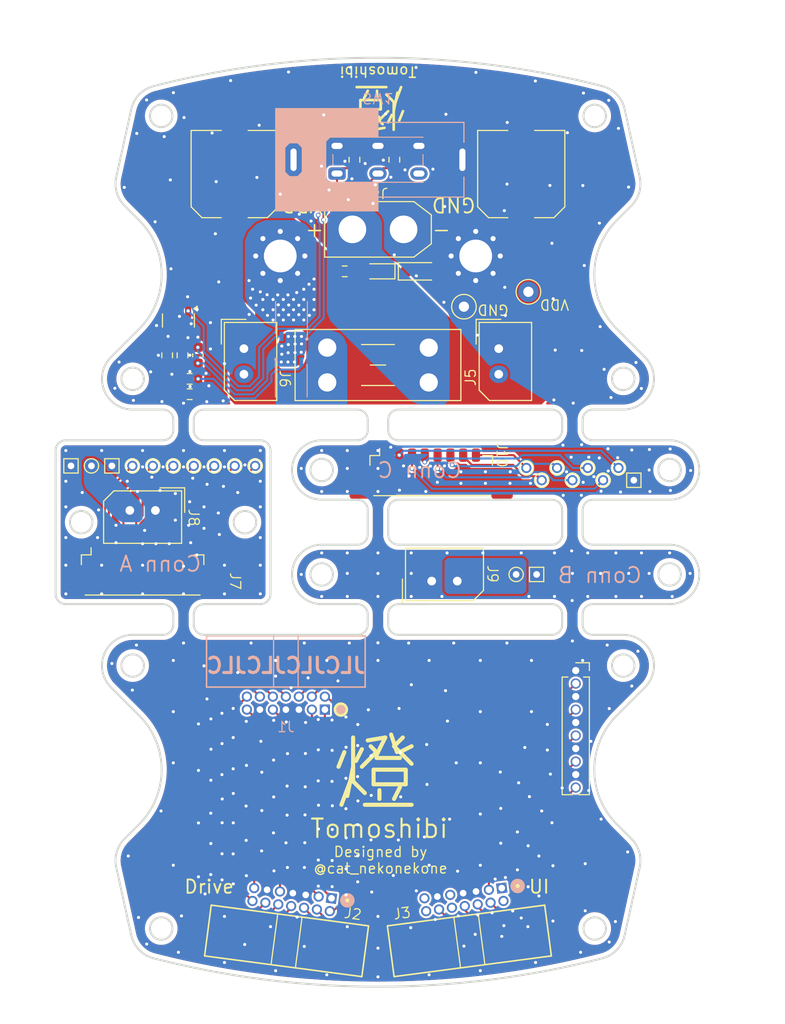
<source format=kicad_pcb>
(kicad_pcb (version 20221018) (generator pcbnew)
  (layers (0 "F.Cu" signal) (31 "B.Cu" signal) (34 "B.Paste" user) (35 "F.Paste" user) (36 "B.SilkS" user "B.Silkscreen") (37 "F.SilkS" user "F.Silkscreen") (38 "B.Mask" user) (39 "F.Mask" user) (44 "Edge.Cuts" user))
  (net 0 "")
  (net 1 "Net-(Q6-G)")
  (net 2 "VDD")
  (net 3 "GND")
  (net 4 "Net-(D3-A)")
  (net 5 "+BATT")
  (net 6 "Net-(Q4-D)")
  (net 7 "Net-(Q4-G)")
  (net 8 "Net-(SW1-B)")
  (net 10 "unconnected-(J1-Pin_1-Pad1)")
  (net 11 "unconnected-(J1-Pin_2-Pad2)")
  (net 12 "/1stLayer/3.3V_Drive")
  (net 13 "SWDIO_Drive")
  (net 14 "SWCLK_Drive")
  (net 15 "SWO_Drive")
  (net 16 "unconnected-(J1-Pin_9-Pad9)")
  (net 17 "unconnected-(J1-Pin_10-Pad10)")
  (net 18 "NRST_Drive")
  (net 19 "unconnected-(J1-Pin_13-Pad13)")
  (net 20 "unconnected-(J1-Pin_14-Pad14)")
  (net 21 "SWDIO_Wireless")
  (net 22 "SWCLK_Wireless")
  (net 23 "SWO_Wireless")
  (net 24 "NRST_Wireless")
  (net 25 "Net-(J8-Pin_2)")
  (net 26 "Net-(J9-Pin_2)")
  (net 31 "Net-(Q1-D)")
  (net 32 "/Power/S-S")
  (net 33 "/1stLayer/3.3V_Wireless")
  (net 34 "/Power/PowerSW")
  (net 35 "/Conn1/RS485_Panel0")
  (net 36 "/Conn1/RS485_Panel1")
  (net 37 "/Conn1/RS485_Panel2")
  (net 38 "/Conn1/RS485_Panel3")
  (net 39 "/Conn1/RS485_Panel4")
  (net 40 "/Conn1/RS485_Panel5")
  (net 41 "/Conn1/Panel_PWRCtrl")
  (net 42 "/Conn3/RS485_Panel0")
  (net 43 "/Conn3/RS485_Panel1")
  (net 44 "/Conn3/RS485_Panel2")
  (net 45 "/Conn3/RS485_Panel3")
  (net 46 "/Conn3/RS485_Panel4")
  (net 47 "/Conn3/RS485_Panel5")
  (net 48 "/Conn3/Panel_PWRCtrl")
  (footprint "Capacitor_SMD:C_Elec_8x10.2" (layer "F.Cu") (at 114.77 60.91 90)
    (fp_text reference "C4" hide)
    (fp_text value "330uF")
  )
  (footprint "TomoshibiLibrary:Pad_THTPad_D1.0mm_Drill0.65mm" (layer "F.Cu") (at 152.27 89.61)
    (fp_text reference "H12" hide)
    (fp_text value "MountingHole_Pad")
  )
  (footprint "TomoshibiLibrary:Pad_THTPad_D1.0mm_Drill0.65mm" (layer "F.Cu") (at 144.77 90.81)
    (fp_text reference "H17" hide)
    (fp_text value "MountingHole_Pad")
  )
  (footprint "Capacitor_SMD:C_Elec_8x10.2" (layer "F.Cu") (at 142.77 60.91 90)
    (fp_text reference "C1" hide)
    (fp_text value "330uF")
  )
  (footprint "Connector_Molex:Molex_SPOX_5267-02A_1x02_P2.50mm_Vertical" (layer "F.Cu") (at 140.57 77.96 -90)
    (fp_text reference "J5")
    (fp_text value "Conn_01x02_Male")
  )
  (footprint "Connector_Molex:Molex_SPOX_5267-02A_1x02_P2.50mm_Vertical" (layer "F.Cu") (at 107.02 93.76 180)
    (fp_text reference "J8")
    (fp_text value "Conn_01x02_Male")
  )
  (footprint "TomoshibiLibrary:BoxHeader_2x07_P1.27mm_Horizontal" (layer "F.Cu") (at 120.450737 131.138231 -97.5)
    (fp_text reference "J2")
    (fp_text value "Conn_01x14_Pin")
  )
  (footprint "Resistor_SMD:R_0603_1608Metric" (layer "F.Cu") (at 130.37 59.51 90)
    (fp_text reference "R6" hide)
    (fp_text value "10k")
  )
  (footprint "Resistor_SMD:R_0603_1608Metric" (layer "F.Cu") (at 110.37 82.41 180)
    (fp_text reference "R7" hide)
    (fp_text value "10k")
  )
  (footprint "TomoshibiLibrary:Pad_THTPad_D1.0mm_Drill0.65mm" (layer "F.Cu") (at 100.77 89.41)
    (fp_text reference "H20" hide)
    (fp_text value "MountingHole_Pad")
  )
  (footprint "Resistor_SMD:R_0603_1608Metric" (layer "F.Cu") (at 109.67 78.61 90)
    (fp_text reference "R9" hide)
    (fp_text value "10k")
  )
  (footprint "LED_SMD:LED_0603_1608Metric_Pad1.05x0.95mm_HandSolder" (layer "F.Cu") (at 128.77 70.41 180)
    (fp_text reference "D3" hide)
    (fp_text value "Green")
  )
  (footprint "Capacitor_SMD:C_0603_1608Metric" (layer "F.Cu") (at 111.17 78.61 90)
    (fp_text reference "C3" hide)
    (fp_text value "1uF")
  )
  (footprint "TomoshibiLibrary:Pad_THTPad_D1.0mm_Drill0.65mm" (layer "F.Cu") (at 116.77 89.41)
    (fp_text reference "H10" hide)
    (fp_text value "MountingHole_Pad")
  )
  (footprint "Connector_Molex:Molex_PicoBlade_53398-0871_1x08-1MP_P1.25mm_Vertical" (layer "F.Cu") (at 133.97 89.61)
    (fp_text reference "J10")
    (fp_text value "Conn_01x08_MountingPin")
  )
  (footprint "TomoshibiLibrary:Pad_THTPad_D1.0mm_Drill0.65mm" (layer "F.Cu") (at 108.77 89.41)
    (fp_text reference "H6" hide)
    (fp_text value "MountingHole_Pad")
  )
  (footprint "Resistor_SMD:R_0603_1608Metric" (layer "F.Cu") (at 110.37 80.91)
    (fp_text reference "R8" hide)
    (fp_text value "10k")
  )
  (footprint "Connector_Molex:Molex_SPOX_5267-02A_1x02_P2.50mm_Vertical" (layer "F.Cu") (at 115.67 77.96 -90)
    (fp_text reference "J6")
    (fp_text value "Conn_01x02_Male")
  )
  (footprint "Connector_AMASS:AMASS_XT30U-M_1x02_P5.0mm_Vertical" (layer "F.Cu") (at 131.27 66.31 180)
    (fp_text reference "J4")
    (fp_text value "Conn_01x02_Male")
  )
  (footprint "TomoshibiLibrary:Pad_THTPad_D1.0mm_Drill0.65mm" (layer "F.Cu") (at 146.27 89.61)
    (fp_text reference "H16" hide)
    (fp_text value "MountingHole_Pad")
  )
  (footprint "TomoshibiLibrary:Pad_THTPad_D1.0mm_Drill0.65mm" (layer "F.Cu") (at 143.27 89.61)
    (fp_text reference "H18" hide)
    (fp_text value "MountingHole_Pad")
  )
  (footprint "TomoshibiLibrary:Pad_THTPad_D1.0mm_Drill0.65mm" (layer "F.Cu") (at 104.77 89.41)
    (fp_text reference "H4" hide)
    (fp_text value "MountingHole_Pad")
  )
  (footprint "Resistor_SMD:R_0603_1608Metric" (layer "F.Cu") (at 125.52 70.41 180)
    (fp_text reference "R11" hide)
    (fp_text value "20k")
  )
  (footprint "TomoshibiLibrary:Pad_THTPad_1.0x1.0mm_Drill0.65mm" (layer "F.Cu") (at 102.77 89.41)
    (fp_text reference "H3" hide)
    (fp_text value "MountingHole_Pad")
  )
  (footprint "TomoshibiLibrary:Pad_THTPad_D1.0mm_Drill0.65mm" (layer "F.Cu") (at 142.27 100.01)
    (fp_text reference "H22" hide)
    (fp_text value "MountingHole_Pad")
  )
  (footprint "TomoshibiLibrary:Pad_THTPad_D1.0mm_Drill0.65mm" (layer "F.Cu") (at 112.77 89.41)
    (fp_text reference "H8" hide)
    (fp_text value "MountingHole_Pad")
  )
  (footprint "TestPoint:TestPoint_THTPad_D2.0mm_Drill1.0mm" (layer "F.Cu") (at 137.17 73.86)
    (fp_text reference "TP2" hide)
    (fp_text value "TestPoint")
  )
  (footprint "TomoshibiLibrary:Pad_THTPad_D1.0mm_Drill0.65mm" (layer "F.Cu") (at 110.77 89.41)
    (fp_text reference "H7" hide)
    (fp_text value "MountingHole_Pad")
  )
  (footprint "TomoshibiLibrary:Pad_THTPad_1.0x1.0mm_Drill0.65mm" (layer "F.Cu") (at 98.77 89.41)
    (fp_text reference "H19" hide)
    (fp_text value "MountingHole_Pad")
  )
  (footprint "TomoshibiLibrary:Pad_THTPad_D1.0mm_Drill0.65mm" (layer "F.Cu") (at 149.27 89.61)
    (fp_text reference "H14" hide)
    (fp_text value "MountingHole_Pad")
  )
  (footprint "Connector_PinSocket_1.27mm:PinSocket_1x10_P1.27mm_Vertical" (layer "F.Cu") (at 148.09492 109.395)
    (fp_text reference "J11" hide)
    (fp_text value "Conn_01x10_Socket")
  )
  (footprint "TomoshibiLibrary:Pad_THTPad_D1.0mm_Drill0.65mm" (layer "F.Cu") (at 147.77 90.81)
    (fp_text reference "H15" hide)
    (fp_text value "MountingHole_Pad")
  )
  (footprint "Resistor_SMD:R_0603_1608Metric" (layer "F.Cu") (at 108.17 78.61 90)
    (fp_text reference "R10" hide)
    (fp_text value "10k")
  )
  (footprint "Connector_Molex:Molex_PicoBlade_53398-0871_1x08-1MP_P1.25mm_Vertical" (layer "F.Cu") (at 105.77 99.31)
    (fp_text reference "J7")
    (fp_text value "Conn_01x08_MountingPin")
  )
  (footprint "TomoshibiLibrary:Pad_THTPad_D1.0mm_Drill0.65mm" (layer "F.Cu") (at 114.77 89.41)
    (fp_text reference "H9" hide)
    (fp_text value "MountingHole_Pad")
  )
  (footprint "TomoshibiLibrary:Pad_THTPad_1.0x1.0mm_Drill0.65mm" (layer "F.Cu") (at 144.27 100.01)
    (fp_text reference "H21" hide)
    (fp_text value "MountingHole_Pad")
  )
  (footprint "Resistor_SMD:R_0603_1608Metric" (layer "F.Cu") (at 126.47 59.51 90)
    (fp_text reference "R3" hide)
    (fp_text value "100k")
  )
  (footprint "TomoshibiLibrary:Pad_THTPad_D1.0mm_Drill0.65mm" (layer "F.Cu") (at 150.77 90.81)
    (fp_text reference "H13" hide)
    (fp_text value "MountingHole_Pad")
  )
  (footprint "Fuse:Fuseholder_Blade_Mini_Keystone_3568" (layer "F.Cu") (at 133.73 81.26 180)
    (fp_text reference "F2" hide)
    (fp_text value "Fuse")
  )
  (footprint "Diode_SMD:D_SOD-323_HandSoldering" (layer "F.Cu") (at 132.77 70.41)
    (fp_text reference "D2" hide)
    (fp_text value "1N5819WS")
  )
  (footprint "TomoshibiLibrary:BoxHeader_2x07_P1.27mm_Horizontal" (layer "F.Cu") (at 137.089264 131.138232 -82.5)
    (fp_text reference "J3")
    (fp_text value "Conn_01x14_Pin")
  )
  (footprint "TestPoint:TestPoint_THTPad_D2.0mm_Drill1.0mm" (layer "F.Cu") (at 143.47 72.41)
    (fp_text reference "TP1" hide)
    (fp_text value "TestPoint")
  )
  (footprint "TomoshibiLibrary:Pad_THTPad_D1.0mm_Drill0.65mm" (layer "F.Cu") (at 106.77 89.41)
    (fp_text reference "H5" hide)
    (fp_text value "MountingHole_Pad")
  )
  (footprint "MountingHole:MountingHole_3.2mm_M3_Pad_Via" (layer "F.Cu") (at 119.222 68.91)
    (fp_text reference "H2" hide)
    (fp_text value "MountingHole_Pad")
  )
  (footprint "Resistor_SMD:R_0603_1608Metric" (layer "F.Cu") (at 126.77 62.41)
    (fp_text reference "R5" hide)
    (fp_text value "10k")
  )
  (footprint "Package_TO_SOT_SMD:SOT-23" (layer "F.Cu") (at 109.27 75.21 -90)
    (fp_text reference "Q1" hide)
    (fp_text value "2N7002")
  )
  (footprint "Connector_Molex:Molex_SPOX_5267-02A_1x02_P2.50mm_Vertical" (layer "F.Cu") (at 134.02 100.66)
    (fp_text reference "J9")
    (fp_text value "Conn_01x02_Male")
  )
  (footprint "MountingHole:MountingHole_3.2mm_M3_Pad_Via" (layer "F.Cu") (at 138.32 68.91)
    (fp_text reference "H1" hide)
    (fp_text value "MountingHole_Pad")
  )
  (footprint "TomoshibiLibrary:Pad_THTPad_1.0x1.0mm_Drill0.65mm" (layer "F.Cu") (at 153.77 90.81)
    (fp_text reference "H11" hide)
    (fp_text value "MountingHole_Pad")
  )
  (footprint "TomoshibiLibrary:SW_Slide_DPDT_SS22F06G5-G" (layer "B.Cu") (at 128.77 59.51 -90)
    (fp_text reference "SW1")
    (fp_text value "SW_SPDT")
  )
  (footprint "TomoshibiLibrary:Package_TSON-Advance" (layer "B.Cu") (at 120.2965 81.41)
    (fp_text reference "Q4" hide)
    (fp_text value "SQS141ELNW" hide)
  )
  (footprint "TomoshibiLibrary:Package_TSON-Advance" (layer "B.Cu") (at 120.32 74.62 180)
    (fp_text reference "Q6" hide)
    (fp_text value "SQS141ELNW" hide)
  )
  (footprint "TomoshibiLibrary:BoxHeader_2x07_P1.27mm_Horizontal" (layer "B.Cu") (at 119.77 113.209999 90)
    (fp_text reference "J1")
    (fp_text value "Conn_01x14_Pin")
  )
  (gr_arc (start 102.67776 111.031321) (mid 102.027438 107.761949) (end 104.79908 105.91) (stroke (width 0.2)) (layer "Edge.Cuts"))
  (gr_arc (start 127.77 85.91) (mid 127.477107 86.617107) (end 126.77 86.91) (stroke (width 0.2)) (layer "Edge.Cuts"))
  (gr_line (start 146.77 96.11) (end 146.77 93.71) (stroke (width 0.2)) (layer "Edge.Cuts"))
  (gr_line (start 146.77 104.91) (end 146.77 103.91) (stroke (width 0.2)) (layer "Edge.Cuts"))
  (gr_line (start 127.77 85.91) (end 127.77 84.91) (stroke (width 0.2)) (layer "Edge.Cuts"))
  (gr_line (start 104.00072 63.989605) (end 105.435476 65.424361) (stroke (width 0.2)) (layer "Edge.Cuts"))
  (gr_arc (start 126.77 102.91) (mid 127.477107 103.202893) (end 127.77 103.91) (stroke (width 0.2)) (layer "Edge.Cuts"))
  (gr_arc (start 146.77 85.91) (mid 146.477107 86.617107) (end 145.77 86.91) (stroke (width 0.2)) (layer "Edge.Cuts"))
  (gr_circle (center 157.27 89.81) (end 158.37 89.81) (stroke (width 0.2)) (fill none) (layer "Edge.Cuts"))
  (gr_line (start 110.77 103.910001) (end 110.77 104.910001) (stroke (width 0.2)) (layer "Edge.Cuts"))
  (gr_arc (start 106.843604 52.324649) (mid 128.77 49.549253) (end 150.696396 52.324649) (stroke (width 0.2)) (layer "Edge.Cuts"))
  (gr_circle (center 115.77 94.91) (end 114.670001 94.91) (stroke (width 0.2)) (fill none) (layer "Edge.Cuts"))
  (gr_circle (center 104.79908 80.91) (end 104.79908 79.81) (stroke (width 0.2)) (fill none) (layer "Edge.Cuts"))
  (gr_line (start 104.661963 54.581814) (end 103.192909 61.220066) (stroke (width 0.2)) (layer "Edge.Cuts"))
  (gr_arc (start 130.77 97.11) (mid 130.062893 96.817107) (end 129.77 96.11) (stroke (width 0.2)) (layer "Edge.Cuts"))
  (gr_circle (center 157.27 100.01) (end 158.37 100.01) (stroke (width 0.2)) (fill none) (layer "Edge.Cuts"))
  (gr_line (start 152.104524 113.789037) (end 154.86224 111.031321) (stroke (width 0.2)) (layer "Edge.Cuts"))
  (gr_line (start 126.77 97.11) (end 123.27 97.11) (stroke (width 0.2)) (layer "Edge.Cuts"))
  (gr_line (start 129.77 93.71) (end 129.77 96.11) (stroke (width 0.2)) (layer "Edge.Cuts"))
  (gr_line (start 123.27 92.71) (end 126.77 92.71) (stroke (width 0.2)) (layer "Edge.Cuts"))
  (gr_circle (center 107.591095 55.230033) (end 107.591095 54.130033) (stroke (width 0.2)) (fill none) (layer "Edge.Cuts"))
  (gr_line (start 129.77 84.91) (end 129.77 85.91) (stroke (width 0.2)) (layer "Edge.Cuts"))
  (gr_arc (start 152.104524 124.395639) (mid 149.907831 119.092339) (end 152.104524 113.789037) (stroke (width 0.2)) (layer "Edge.Cuts"))
  (gr_arc (start 149.77 86.91) (mid 149.062893 86.617107) (end 148.77 85.91) (stroke (width 0.2)) (layer "Edge.Cuts"))
  (gr_line (start 126.77 105.91) (end 111.77 105.910001) (stroke (width 0.2)) (layer "Edge.Cuts"))
  (gr_arc (start 129.77 103.91) (mid 130.062893 103.202893) (end 130.77 102.91) (stroke (width 0.2)) (layer "Edge.Cuts"))
  (gr_line (start 146.77 85.91) (end 146.77 84.91) (stroke (width 0.2)) (layer "Edge.Cuts"))
  (gr_line (start 111.77 102.910001) (end 117.270001 102.91) (stroke (width 0.2)) (layer "Edge.Cuts"))
  (gr_line (start 97.270002 87.91) (end 97.270002 101.91) (stroke (width 0.2)) (layer "Edge.Cuts"))
  (gr_arc (start 152.878037 135.238186) (mid 152.106002 136.674888) (end 150.696396 137.495351) (stroke (width 0.2)) (layer "Edge.Cuts"))
  (gr_arc (start 98.270001 102.91) (mid 97.562894 102.617107) (end 97.270002 101.91) (stroke (width 0.2)) (layer "Edge.Cuts"))
  (gr_arc (start 118.270001 101.91) (mid 117.977108 102.617107) (end 117.270001 102.91) (stroke (width 0.2)) (layer "Edge.Cuts"))
  (gr_arc (start 106.843604 137.495351) (mid 105.433991 136.674894) (end 104.661963 135.238186) (stroke (width 0.2)) (layer "Edge.Cuts"))
  (gr_line (start 130.77 83.91) (end 145.77 83.91) (stroke (width 0.2)) (layer "Edge.Cuts"))
  (gr_line (start 152.74092 105.91) (end 149.77 105.91) (stroke (width 0.2)) (layer "Edge.Cuts"))
  (gr_line (start 153.53928 125.830395) (end 152.104524 124.395639) (stroke (width 0.2)) (layer "Edge.Cuts"))
  (gr_line (start 130.77 102.91) (end 145.77 102.91) (stroke (width 0.2)) (layer "Edge.Cuts"))
  (gr_line (start 127.77 96.11) (end 127.77 93.71) (stroke (width 0.2)) (layer "Edge.Cuts"))
  (gr_arc (start 153.53928 125.830395) (mid 154.297961 127.111679) (end 154.347091 128.599934) (stroke (width 0.2)) (layer "Edge.Cuts"))
  (gr_arc (start 129.77 84.91) (mid 130.062893 84.202893) (end 130.77 83.91) (stroke (width 0.2)) (layer "Edge.Cuts"))
  (gr_arc (start 104.00072 63.989605) (mid 103.242026 62.708319) (end 103.192909 61.220066) (stroke (width 0.2)) (layer "Edge.Cuts"))
  (gr_arc (start 145.77 102.91) (mid 146.477107 103.202893) (end 146.77 103.91) (stroke (width 0.2)) (layer "Edge.Cuts"))
  (gr_line (start 152.104524 65.424361) (end 153.53928 63.989605) (stroke (width 0.2)) (layer "Edge.Cuts"))
  (gr_line (start 152.878037 135.238186) (end 154.347091 128.599934) (stroke (width 0.2)) (layer "Edge.Cuts"))
  (gr_line (start 104.79908 83.91) (end 107.77 83.91) (stroke (width 0.2)) (layer "Edge.Cuts"))
  (gr_arc (start 127.77 104.91) (mid 127.477107 105.617107) (end 126.77 105.91) (stroke (width 0.2)) (layer "Edge.Cuts"))
  (gr_circle (center 149.948905 134.589967) (end 149.948905 135.689967) (stroke (width 0.2)) (fill none) (layer "Edge.Cuts"))
  (gr_line (start 154.347091 61.220066) (end 152.878037 54.581814) (stroke (width 0.2)) (layer "Edge.Cuts"))
  (gr_arc (start 157.270001 86.91) (mid 160.17 89.81) (end 157.270001 92.71) (stroke (width 0.2)) (layer "Edge.Cuts"))
  (gr_arc (start 110.77 103.910001) (mid 111.062893 103.202894) (end 111.77 102.910001) (stroke (width 0.2)) (layer "Edge.Cuts"))
  (gr_arc (start 104.661963 54.581814) (mid 105.433999 53.145114) (end 106.843604 52.324649) (stroke (width 0.2)) (layer "Edge.Cuts"))
  (gr_line (start 118.270001 101.91) (end 118.270001 87.91) (stroke (width 0.2)) (layer "Edge.Cuts"))
  (gr_arc (start 123.27 92.71) (mid 120.370001 89.81) (end 123.27 86.91) (stroke (width 0.2)) (layer "Edge.Cuts"))
  (gr_arc (start 154.86224 78.788679) (mid 155.512559 82.05805) (end 152.74092 83.91) (stroke (width 0.2)) (layer "Edge.Cuts"))
  (gr_arc (start 107.77 102.910001) (mid 108.477107 103.202894) (end 108.77 103.910001) (stroke (width 0.2)) (layer "Edge.Cuts"))
  (gr_line (start 102.67776 111.031321) (end 105.435476 113.789037) (stroke (width 0.2)) (layer "Edge.Cuts"))
  (gr_line (start 148.77 93.71) (end 148.77 96.11) (stroke (width 0.2)) (layer "Edge.Cuts"))
  (gr_arc (start 126.77 83.91) (mid 127.477107 84.202893) (end 127.77 84.91) (stroke (width 0.2)) (layer "Edge.Cuts"))
  (gr_arc (start 148.77 103.91) (mid 149.062893 103.202893) (end 149.77 102.91) (stroke (width 0.2)) (layer "Edge.Cuts"))
  (gr_arc (start 111.77 86.910001) (mid 111.062893 86.617108) (end 110.77 85.910001) (stroke (width 0.2)) (layer "Edge.Cuts"))
  (gr_arc (start 152.104524 76.030963) (mid 149.907822 70.727661) (end 152.104524 65.424361) (stroke (width 0.2)) (layer "Edge.Cuts"))
  (gr_line (start 157.270001 86.91) (end 149.77 86.91) (stroke (width 0.2)) (layer "Edge.Cuts"))
  (gr_line (start 148.77 84.91) (end 148.77 85.91) (stroke (width 0.2)) (layer "Edge.Cuts"))
  (gr_line (start 149.77 83.91) (end 152.74092 83.91) (stroke (width 0.2)) (layer "Edge.Cuts"))
  (gr_arc (start 104.79908 83.91) (mid 102.027443 82.058049) (end 102.67776 78.788679) (stroke (width 0.2)) (layer "Edge.Cuts"))
  (gr_arc (start 149.77 97.11) (mid 149.062893 96.817107) (end 148.77 96.11) (stroke (width 0.2)) (layer "Edge.Cuts"))
  (gr_line (start 107.77 86.910001) (end 98.270001 86.91) (stroke (width 0.2)) (layer "Edge.Cuts"))
  (gr_arc (start 108.77 104.910001) (mid 108.477107 105.617108) (end 107.77 105.910001) (stroke (width 0.2)) (layer "Edge.Cuts"))
  (gr_arc (start 148.77 93.71) (mid 149.062893 93.002893) (end 149.77 92.71) (stroke (width 0.2)) (layer "Edge.Cuts"))
  (gr_arc (start 150.696396 137.495351) (mid 128.77 140.270747) (end 106.843604 137.495351) (stroke (width 0.2)) (layer "Edge.Cuts"))
  (gr_circle (center 152.74092 108.91) (end 152.74092 110.01) (stroke (width 0.2)) (fill none) (layer "Edge.Cuts"))
  (gr_line (start 103.192909 128.599934) (end 104.661963 135.238186) (stroke (width 0.2)) (layer "Edge.Cuts"))
  (gr_line (start 145.77 105.91) (end 130.77 105.91) (stroke (width 0.2)) (layer "Edge.Cuts"))
  (gr_line (start 108.77 85.910001) (end 108.77 84.910001) (stroke (width 0.2)) (layer "Edge.Cuts"))
  (gr_arc (start 107.77 83.910001) (mid 108.477107 84.202894) (end 108.77 84.910001) (stroke (width 0.2)) (layer "Edge.Cuts"))
  (gr_line (start 149.77 92.71) (end 157.270001 92.71) (stroke (width 0.2)) (layer "Edge.Cuts"))
  (gr_circle (center 99.770001 94.91) (end 98.670002 94.91) (stroke (width 0.2)) (fill none) (layer "Edge.Cuts"))
  (gr_line (start 123.27 102.91) (end 126.77 102.91) (stroke (width 0.2)) (layer "Edge.Cuts"))
  (gr_line (start 111.77 83.910001) (end 126.77 83.91) (stroke (width 0.2)) (layer "Edge.Cuts"))
  (gr_arc (start 97.270002 87.91) (mid 97.562895 87.202894) (end 98.270001 86.91) (stroke (width 0.2)) (layer "Edge.Cuts"))
  (gr_arc (start 145.77 83.91) (mid 146.477107 84.202893) (end 146.77 84.91) (stroke (width 0.2)) (layer "Edge.Cuts"))
  (gr_arc (start 157.270001 97.11) (mid 160.17 100.010001) (end 157.27 102.91) (stroke (width 0.2)) (layer "Edge.Cuts"))
  (gr_arc (start 117.270001 86.91) (mid 117.977108 87.202893) (end 118.270001 87.91) (stroke (width 0.2)) (layer "Edge.Cuts"))
  (gr_arc (start 149.77 105.91) (mid 149.062893 105.617107) (end 148.77 104.91) (stroke (width 0.2)) (layer "Edge.Cuts"))
  (gr_circle (center 152.74092 80.91) (end 152.74092 79.81) (stroke (width 0.2)) (fill none) (layer "Edge.Cuts"))
  (gr_circle (center 149.948905 55.230033) (end 149.948905 54.130033) (stroke (width 0.2)) (fill none) (layer "Edge.Cuts"))
  (gr_arc (start 130.77 105.91) (mid 130.062893 105.617107) (end 129.77 104.91) (stroke (width 0.2)) (layer "Edge.Cuts"))
  (gr_line (start 148.77 103.91) (end 148.77 104.91) (stroke (width 0.2)) (layer "Edge.Cuts"))
  (gr_line (start 126.77 86.91) (end 123.27 86.91) (stroke (width 0.2)) (layer "Edge.Cuts"))
  (gr_line (start 108.77 104.910001) (end 108.77 103.910001) (stroke (width 0.2)) (layer "Edge.Cuts"))
  (gr_circle (center 123.270001 100.01) (end 124.370001 100.01) (stroke (width 0.2)) (fill none) (layer "Edge.Cuts"))
  (gr_line (start 127.77 104.91) (end 127.77 103.91) (stroke (width 0.2)) (layer "Edge.Cuts"))
  (gr_line (start 145.77 86.91) (end 130.77 86.91) (stroke (width 0.2)) (layer "Edge.Cuts"))
  (gr_line (start 107.77 105.910001) (end 104.79908 105.91) (stroke (width 0.2)) (layer "Edge.Cuts"))
  (gr_arc (start 129.77 93.71) (mid 130.062893 93.002893) (end 130.77 92.71) (stroke (width 0.2)) (layer "Edge.Cuts"))
  (gr_line (start 105.435476 76.030963) (end 102.67776 78.788679) (stroke (width 0.2)) (layer "Edge.Cuts"))
  (gr_line (start 105.435476 124.395639) (end 104.00072 125.830395) (stroke (width 0.2)) (layer "Edge.Cuts"))
  (gr_circle (center 123.27 89.810001) (end 124.37 89.810001) (stroke (width 0.2)) (fill none) (layer "Edge.Cuts"))
  (gr_circle (center 104.79908 108.91) (end 104.79908 110.01) (stroke (width 0.2)) (fill none) (layer "Edge.Cuts"))
  (gr_line (start 154.86224 78.788679) (end 152.104524 76.030963) (stroke (width 0.2)) (layer "Edge.Cuts"))
  (gr_arc (start 105.435476 65.424361) (mid 107.632174 70.727662) (end 105.435476 76.030963) (stroke (width 0.2)) (layer "Edge.Cuts"))
  (gr_arc (start 126.77 92.71) (mid 127.477107 93.002893) (end 127.77 93.71) (stroke (width 0.2)) (layer "Edge.Cuts"))
  (gr_arc (start 105.435476 113.789037) (mid 107.632176 119.092338) (end 105.435476 124.395639) (stroke (width 0.2)) (layer "Edge.Cuts"))
  (gr_arc (start 110.77 84.910001) (mid 111.062893 84.202894) (end 111.77 83.910001) (stroke (width 0.2)) (layer "Edge.Cuts"))
  (gr_arc (start 148.77 84.91) (mid 149.062893 84.202893) (end 149.77 83.91) (stroke (width 0.2)) (layer "Edge.Cuts"))
  (gr_line (start 129.77 103.91) (end 129.77 104.91) (stroke (width 0.2)) (layer "Edge.Cuts"))
  (gr_arc (start 103.192909 128.599934) (mid 103.242064 127.111692) (end 104.00072 125.830395) (stroke (width 0.2)) (layer "Edge.Cuts"))
  (gr_line (start 117.270001 86.91) (end 111.77 86.910001) (stroke (width 0.2)) (layer "Edge.Cuts"))
  (gr_line (start 145.77 97.11) (end 130.77 97.11) (stroke (width 0.2)) (layer "Edge.Cuts"))
  (gr_arc (start 127.77 96.11) (mid 127.477107 96.817107) (end 126.77 97.11) (stroke (width 0.2)) (layer "Edge.Cuts"))
  (gr_arc (start 123.270001 102.91) (mid 120.370001 100.01) (end 123.27 97.11) (stroke (width 0.2)) (layer "Edge.Cuts"))
  (gr_line (start 98.270001 102.91) (end 107.77 102.910001) (stroke (width 0.2)) (layer "Edge.Cuts"))
  (gr_arc (start 146.77 104.91) (mid 146.477107 105.617107) (end 145.77 105.91) (stroke (width 0.2)) (layer "Edge.Cuts"))
  (gr_arc (start 145.77 92.71) (mid 146.477107 93.002893) (end 146.77 93.71) (stroke (width 0.2)) (layer "Edge.Cuts"))
  (gr_arc (start 111.77 105.910001) (mid 111.062893 105.617108) (end 110.77 104.910001) (stroke (width 0.2)) (layer "Edge.Cuts"))
  (gr_arc (start 154.347091 61.220066) (mid 154.297937 62.708309) (end 153.53928 63.989605) (stroke (width 0.2)) (layer "Edge.Cuts"))
  (gr_arc (start 152.74092 105.91) (mid 155.51254 107.761953) (end 154.86224 111.031321) (stroke (width 0.2)) (layer "Edge.Cuts"))
  (gr_line (start 110.77 84.910001) (end 110.77 85.910001) (stroke (width 0.2)) (layer "Edge.Cuts"))
  (gr_line (start 149.77 102.91) (end 157.27 102.91) (stroke (width 0.2)) (layer "Edge.Cuts"))
  (gr_arc (start 108.77 85.910001) (mid 108.477107 86.617108) (end 107.77 86.910001) (stroke (width 0.2)) (layer "Edge.Cuts"))
  (gr_line (start 130.77 92.71) (end 145.77 92.71) (stroke (width 0.2)) (layer "Edge.Cuts"))
  (gr_arc (start 130.77 86.91) (mid 130.062893 86.617107) (end 129.77 85.91) (stroke (width 0.2)) (layer "Edge.Cuts"))
  (gr_arc (start 150.696396 52.324649) (mid 152.105996 53.145113) (end 152.878037 54.581814) (stroke (width 0.2)) (layer "Edge.Cuts"))
  (gr_line (start 157.270001 97.11) (end 149.77 97.11) (stroke (width 0.2)) (layer "Edge.Cuts"))
  (gr_arc (start 146.77 96.11) (mid 146.477107 96.817107) (end 145.77 97.11) (stroke (width 0.2)) (layer "Edge.Cuts"))
  (gr_circle (center 107.591095 134.589967) (end 107.591095 135.689967) (stroke (width 0.2)) (fill none) (layer "Edge.Cuts"))
  (gr_text "Conn B" (at 154.67 100.96) (layer "B.SilkS") (effects (font (size 1.5 1.5) (thickness 0.18)) (justify left bottom mirror)))
  (gr_text "Conn C" (at 137.07 90.71) (layer "B.SilkS") (effects (font (size 1.5 1.5) (thickness 0.18)) (justify left bottom mirror)))
  (gr_text "JLCJLCJLCJLC" (at 119.77 108.91) (layer "B.SilkS") (effects (font (size 1.5 1.5) (thickness 0.3)) (justify mirror)))
  (gr_text "Conn A" (at 111.62 99.86) (layer "B.SilkS") (effects (font (size 1.5 1.5) (thickness 0.18)) (justify left bottom mirror)))
  (gr_text "VDD" (at 121.27 63.91 180) (layer "F.SilkS") (effects (font (size 1.4 1.4) (thickness 0.18))))
  (gr_text "燈" (at 128.77 54.16 180) (layer "F.SilkS") (effects (font (size 3.8 3.8) (thickness 0.26))))
  (gr_text "GND" (at 136.17 63.91 180) (layer "F.SilkS") (effects (font (size 1.4 1.4) (thickness 0.18))))
  (gr_text "GND" (at 140.02 74.16 180) (layer "F.SilkS") (effects (font (size 1 1) (thickness 0.13))))
  (gr_text "Tomoshibi" (at 128.89 124.83) (layer "F.SilkS") (effects (font (size 1.8 1.8) (thickness 0.21))))
  (gr_text "UI" (at 144.52 130.51) (layer "F.SilkS") (effects (font (size 1.3 1.3) (thickness 0.18))))
  (gr_text "Tomoshibi" (at 128.77 50.91 180) (layer "F.SilkS") (effects (font (size 1 1))))
  (gr_text "VDD" (at 146.02 73.66 180) (layer "F.SilkS") (effects (font (size 1 1) (thickness 0.13))))
  (gr_text "燈" (at 128.77 119.75) (layer "F.SilkS") (effects (font (size 6 6) (thickness 0.4))))
  (gr_text "Drive" (at 112.27 130.51) (layer "F.SilkS") (effects (font (size 1.3 1.3) (thickness 0.18))))
  (gr_text "Designed by\n@cat_nekonekone" (at 129.02 127.91) (layer "F.SilkS") (effects (font (size 1 1) (thickness 0.13))))
  (segment (start 109.72 77.835) (end 109.67 77.785) (width 0.2) (layer "F.Cu") (net 1))
  (segment (start 108.17 79.435) (end 108.17 79.285) (width 0.2) (layer "F.Cu") (net 1))
  (segment (start 108.17 79.285) (end 109.67 77.785) (width 0.2) (layer "F.Cu") (net 1))
  (segment (start 111.17 77.835) (end 109.72 77.835) (width 0.2) (layer "F.Cu") (net 1))
  (via (at 111.17 77.835) (size 0.45) (drill 0.3) (layers "F.Cu" "B.Cu") (net 1))
  (segment (start 116.405686 82.02) (end 117.56 80.865686) (width 0.2) (layer "B.Cu") (net 1))
  (segment (start 114.944314 82.02) (end 116.405686 82.02) (width 0.2) (layer "B.Cu") (net 1))
  (segment (start 111.17 77.835) (end 111.17 78.245686) (width 0.2) (layer "B.Cu") (net 1))
  (segment (start 118.795686 76.77) (end 119.345 76.77) (width 0.2) (layer "B.Cu") (net 1))
  (segment (start 111.17 78.245686) (end 114.944314 82.02) (width 0.2) (layer "B.Cu") (net 1))
  (segment (start 117.56 80.865686) (end 117.56 78.005686) (width 0.2) (layer "B.Cu") (net 1))
  (segment (start 117.56 78.005686) (end 118.795686 76.77) (width 0.2) (layer "B.Cu") (net 1))
  (via (at 120.52 75.16) (size 0.45) (drill 0.3) (layers "F.Cu" "B.Cu") (net 2))
  (via (at 121.04 73.72) (size 0.45) (drill 0.3) (layers "F.Cu" "B.Cu") (net 2))
  (via (at 118.52 73.16) (size 0.45) (drill 0.3) (layers "F.Cu" "B.Cu") (net 2))
  (via (at 117.936262 72.693787) (size 0.45) (drill 0.3) (layers "F.Cu" "B.Cu") (net 2))
  (via (at 117.52 73.16) (size 0.45) (drill 0.3) (layers "F.Cu" "B.Cu") (net 2))
  (via (at 122.52 72.16) (size 0.45) (drill 0.3) (layers "F.Cu" "B.Cu") (net 2))
  (via (at 120.83 72.48) (size 0.45) (drill 0.3) (layers "F.Cu" "B.Cu") (net 2))
  (via (at 121.04 74.64) (size 0.45) (drill 0.3) (layers "F.Cu" "B.Cu") (net 2))
  (via (at 117.97 74.71) (size 0.45) (drill 0.3) (layers "F.Cu" "B.Cu") (net 2))
  (via (at 121.52 73.16) (size 0.45) (drill 0.3) (layers "F.Cu" "B.Cu") (net 2))
  (via (at 122.03 71.67) (size 0.45) (drill 0.3) (layers "F.Cu" "B.Cu") (net 2))
  (via (at 118.97 72.71) (size 0.45) (drill 0.3) (layers "F.Cu" "B.Cu") (net 2))
  (via (at 116.17 71.31) (size 0.45) (drill 0.3) (layers "F.Cu" "B.Cu") (net 2))
  (via (at 122.52 71.16) (size 0.45) (drill 0.3) (layers "F.Cu" "B.Cu") (net 2))
  (via (at 120.046983 73.7) (size 0.45) (drill 0.3) (layers "F.Cu" "B.Cu") (net 2))
  (via (at 116.52 72.16) (size 0.45) (drill 0.3) (layers "F.Cu" "B.Cu") (net 2))
  (via (at 122.07 74.71) (size 0.45) (drill 0.3) (layers "F.Cu" "B.Cu") (net 2))
  (via (at 117.27 72.41) (size 0.45) (drill 0.3) (layers "F.Cu" "B.Cu") (net 2))
  (via (at 119.52 73.16) (size 0.45) (drill 0.3) (layers "F.Cu" "B.Cu") (net 2))
  (via (at 119.52 74.16) (size 0.45) (drill 0.3) (layers "F.Cu" "B.Cu") (net 2))
  (via (at 116.32 73.02) (size 0.45) (drill 0.3) (layers "F.Cu" "B.Cu") (net 2))
  (via (at 120.04 74.66) (size 0.45) (drill 0.3) (layers "F.Cu" "B.Cu") (net 2))
  (via (at 120.52 74.16) (size 0.45) (drill 0.3) (layers "F.Cu" "B.Cu") (net 2))
  (via (at 122.52 73.16) (size 0.45) (drill 0.3) (layers "F.Cu" "B.Cu") (net 2))
  (via (at 117.52 74.16) (size 0.45) (drill 0.3) (layers "F.Cu" "B.Cu") (net 2))
  (via (at 121.52 75.16) (size 0.45) (drill 0.3) (layers "F.Cu" "B.Cu") (net 2))
  (via (at 121.52 72.16) (size 0.45) (drill 0.3) (layers "F.Cu" "B.Cu") (net 2))
  (via (at 120.52 73.16) (size 0.45) (drill 0.3) (layers "F.Cu" "B.Cu") (net 2))
  (via (at 119.52 75.16) (size 0.45) (drill 0.3) (layers "F.Cu" "B.Cu") (net 2))
  (via (at 118.52 74.16) (size 0.45) (drill 0.3) (layers "F.Cu" "B.Cu") (net 2))
  (via (at 122.52 74.16) (size 0.45) (drill 0.3) (layers "F.Cu" "B.Cu") (net 2))
  (via (at 119.06 74.67) (size 0.45) (drill 0.3) (layers "F.Cu" "B.Cu") (net 2))
  (via (at 119.03 73.68) (size 0.45) (drill 0.3) (layers "F.Cu" "B.Cu") (net 2))
  (via (at 121.52 74.16) (size 0.45) (drill 0.3) (layers "F.Cu" "B.Cu") (net 2))
  (via (at 118.52 75.16) (size 0.45) (drill 0.3) (layers "F.Cu" "B.Cu") (net 2))
  (via (at 119.97 72.71) (size 0.45) (drill 0.3) (layers "F.Cu" "B.Cu") (net 2))
  (via (at 116.87 73.71) (size 0.45) (drill 0.3) (layers "F.Cu" "B.Cu") (net 2))
  (segment (start 129.645 67.935) (end 131.27 66.31) (width 0.2) (layer "F.Cu") (net 3))
  (segment (start 129.645 70.41) (end 129.645 67.935) (width 0.2) (layer "F.Cu") (net 3))
  (via (at 155.345 91.91) (size 0.45) (drill 0.3) (layers "F.Cu" "B.Cu") (net 3))
  (via (at 117.27 101.91) (size 0.45) (drill 0.3) (layers "F.Cu" "B.Cu") (net 3))
  (via (at 105.77 99.11) (size 0.45) (drill 0.3) (layers "F.Cu" "B.Cu") (net 3))
  (via (at 113.55 121.94) (size 0.45) (drill 0.3) (layers "F.Cu" "B.Cu") (net 3))
  (via (at 140.72 119.31) (size 0.45) (drill 0.3) (layers "F.Cu" "B.Cu") (net 3))
  (via (at 109.77 87.91) (size 0.45) (drill 0.3) (layers "F.Cu" "B.Cu") (net 3))
  (via (at 121.27 89.66) (size 0.45) (drill 0.3) (layers "F.Cu" "B.Cu") (net 3))
  (via (at 118.77 108.41) (size 0.45) (drill 0.3) (layers "F.Cu" "B.Cu") (net 3))
  (via (at 128.77 102.16) (size 0.45) (drill 0.3) (layers "F.Cu" "B.Cu") (net 3))
  (via (at 122.94 127.9) (size 0.45) (drill 0.3) (layers "F.Cu" "B.Cu") (net 3))
  (via (at 123.77 108.41) (size 0.45) (drill 0.3) (layers "F.Cu" "B.Cu") (net 3))
  (via (at 108.26 76.76) (size 0.45) (drill 0.3) (layers "F.Cu" "B.Cu") (net 3))
  (via (at 149.37 88.56) (size 0.45) (drill 0.3) (layers "F.Cu" "B.Cu") (net 3))
  (via (at 108.77 128.41) (size 0.45) (drill 0.3) (layers "F.Cu" "B.Cu") (net 3))
  (via (at 119.78 126.22) (size 0.45) (drill 0.3) (layers "F.Cu" "B.Cu") (net 3))
  (via (at 117.16 56.14) (size 0.45) (drill 0.3) (layers "F.Cu" "B.Cu") (net 3))
  (via (at 138.77 113.41) (size 0.45) (drill 0.3) (layers "F.Cu" "B.Cu") (net 3))
  (via (at 130.27 129.41) (size 0.45) (drill 0.3) (layers "F.Cu" "B.Cu") (net 3))
  (via (at 101.77 101.91) (size 0.45) (drill 0.3) (layers "F.Cu" "B.Cu") (net 3))
  (via (at 139.27 91.11) (size 0.45) (drill 0.3) (layers "F.Cu" "B.Cu") (net 3))
  (via (at 117.27 96.41) (size 0.45) (drill 0.3) (layers "F.Cu" "B.Cu") (net 3))
  (via (at 113.21 71.44) (size 0.45) (drill 0.3) (layers "F.Cu" "B.Cu") (net 3))
  (via (at 113.77 137.91) (size 0.45) (drill 0.3) (layers "F.Cu" "B.Cu") (net 3))
  (via (at 151.17 106.91) (size 0.45) (drill 0.3) (layers "F.Cu" "B.Cu") (net 3))
  (via (at 112.43 129.32) (size 0.45) (drill 0.3) (layers "F.Cu" "B.Cu") (net 3))
  (via (at 119.22 62.87) (size 0.45) (drill 0.3) (layers "F.Cu" "B.Cu") (net 3))
  (via (at 111.87 131.21) (size 0.45) (drill 0.3) (layers "F.Cu" "B.Cu") (net 3))
  (via (at 130.76 125.95) (size 0.45) (drill 0.3) (layers "F.Cu" "B.Cu") (net 3))
  (via (at 123.27 97.91) (size 0.45) (drill 0.3) (layers "F.Cu" "B.Cu") (net 3))
  (via (at 154.52 97.91) (size 0.45) (drill 0.3) (layers "F.Cu" "B.Cu") (net 3))
  (via (at 106.17 136.11) (size 0.45) (drill 0.3) (layers "F.Cu" "B.Cu") (net 3))
  (via (at 141.07 134.31) (size 0.45) (drill 0.3) (layers "F.Cu" "B.Cu") (net 3))
  (via (at 131.82 90.385) (size 0.45) (drill 0.3) (layers "F.Cu" "B.Cu") (net 3))
  (via (at 115.88 122.63) (size 0.45) (drill 0.3) (layers "F.Cu" "B.Cu") (net 3))
  (via (at 109.82 55.39) (size 0.45) (drill 0.3) (layers "F.Cu" "B.Cu") (net 3))
  (via (at 143.77 113.41) (size 0.45) (drill 0.3) (layers "F.Cu" "B.Cu") (net 3))
  (via (at 113.52 119.56) (size 0.45) (drill 0.3) (layers "F.Cu" "B.Cu") (net 3))
  (via (at 141.695 89.985) (size 0.45) (drill 0.3) (layers "F.Cu" "B.Cu") (net 3))
  (via (at 148.68 78.14) (size 0.45) (drill 0.3) (layers "F.Cu" "B.Cu") (net 3))
  (via (at 123.27 102.16) (size 0.45) (drill 0.3) (layers "F.Cu" "B.Cu") (net 3))
  (via (at 128.77 91.91) (size 0.45) (drill 0.3) (layers "F.Cu" "B.Cu") (net 3))
  (via (at 152.02 97.91) (size 0.45) (drill 0.3) (layers "F.Cu" "B.Cu") (net 3))
  (via (at 136.55 128.99) (size 0.45) (drill 0.3) (layers "F.Cu" "B.Cu") (net 3))
  (via (at 151.54 82.73) (size 0.45) (drill 0.3) (layers "F.Cu" "B.Cu") (net 3))
  (via (at 124.28 114.23) (size 0.45) (drill 0.3) (layers "F.Cu" "B.Cu") (net 3))
  (via (at 148.77 108.41) (size 0.45) (drill 0.3) (layers "F.Cu" "B.Cu") (net 3))
  (via (at 151.97 133.91) (size 0.45) (drill 0.3) (layers "F.Cu" "B.Cu") (net 3))
  (via (at 113.77 101.91) (size 0.45) (drill 0.3) (layers "F.Cu" "B.Cu") (net 3))
  (via (at 110.39 80.19) (size 0.45) (drill 0.3) (layers "F.Cu" "B.Cu") (net 3))
  (via (at 105.27 91.91) (size 0.45) (drill 0.3) (layers "F.Cu" "B.Cu") (net 3))
  (via (at 125.77 89.66) (size 0.45) (drill 0.3) (layers "F.Cu" "B.Cu") (net 3))
  (via (at 118.77 109.94) (size 0.45) (drill 0.3) (layers "F.Cu" "B.Cu") (net 3))
  (via (at 140.77 126.26) (size 0.45) (drill 0.3) (layers "F.Cu" "B.Cu") (net 3))
  (via (at 133.445 91.91) (size 0.45) (drill 0.3) (layers "F.Cu" "B.Cu") (net 3))
  (via (at 151.245 87.735) (size 0.45) (drill 0.3) (layers "F.Cu" "B.Cu") (net 3))
  (via (at 128.11 121.59) (size 0.45) (drill 0.3) (layers "F.Cu" "B.Cu") (net 3))
  (via (at 133.56 120.52) (size 0.45) (drill 0.3) (layers "F.Cu" "B.Cu") (net 3))
  (via (at 105.17 106.91) (size 0.45) (drill 0.3) (layers "F.Cu" "B.Cu") (net 3))
  (via (at 105.97 95.71) (size 0.45) (drill 0.3) (layers "F.Cu" "B.Cu") (net 3))
  (via (at 123.77 139.11) (size 0.45) (drill 0.3) (layers "F.Cu" "B.Cu") (net 3))
  (via (at 111.23 129.54) (size 0.45) (drill 0.3) (layers "F.Cu" "B.Cu") (net 3))
  (via (at 103.98 62.21) (size 0.45) (drill 0.3) (layers "F.Cu" "B.Cu") (net 3))
  (via (at 111.07 98.11) (size 0.45) (drill 0.3) (layers "F.Cu" "B.Cu") (net 3))
  (via (at 155.27 89.81) (size 0.45) (drill 0.3) (layers "F.Cu" "B.Cu") (net 3))
  (via (at 121.7 114.47) (size 0.45) (drill 0.3) (layers "F.Cu" "B.Cu") (net 3))
  (via (at 98.27 99.11) (size 0.45) (drill 0.3) (layers "F.Cu" "B.Cu") (net 3))
  (via (at 134.37 133.71) (size 0.45) (drill 0.3) (layers "F.Cu" "B.Cu") (net 3))
  (via (at 159.27 99.91) (size 0.45) (drill 0.3) (layers "F.Cu" "B.Cu") (net 3))
  (via (at 112.96 61.65) (size 0.45) (drill 0.3) (layers "F.Cu" "B.Cu") (net 3))
  (via (at 149.02 132.86) (size 0.45) (drill 0.3) (layers "F.Cu" "B.Cu") (net 3))
  (via (at 104.37 127.51) (size 0.45) (drill 0.3) (layers "F.Cu" "B.Cu") (net 3))
  (via (at 111.77 95.51) (size 0.45) (drill 0.3) (layers "F.Cu" "B.Cu") (net 3))
  (via (at 111.17 76.84) (size 0.45) (drill 0.3) (layers "F.Cu" "B.Cu") (net 3))
  (via (at 135.02 102.16) (size 0.45) (drill 0.3) (layers "F.Cu" "B.Cu") (net 3))
  (via (at 125.65 116.89) (size 0.45) (drill 0.3) (layers "F.Cu" "B.Cu") (net 3))
  (via (at 142.395 128.86) (size 0.45) (drill 0.3) (layers "F.Cu" "B.Cu") (net 3))
  (via (at 126.79 116.72) (size 0.45) (drill 0.3) (layers "F.Cu" "B.Cu") (net 3))
  (via (at 123.27 91.91) (size 0.45) (drill 0.3) (layers "F.Cu" "B.Cu") (net 3))
  (via (at 130.87 91.785) (size 0.45) (drill 0.3) (layers "F.Cu" "B.Cu") (net 3))
  (via (at 147.195 89.985) (size 0.45) (drill 0.3) (layers "F.Cu" "B.Cu") (net 3))
  (via (at 150.57 91.885) (size 0.45) (drill 0.3) (layers "F.Cu" "B.Cu") (net 3))
  (via (at 112.56 56.9) (size 0.45) (drill 0.3) (layers "F.Cu" "B.Cu") (net 3))
  (via (at 129.29 59.55) (size 0.45) (drill 0.3) (layers "F.Cu" "B.Cu") (net 3))
  (via (at 112.4 77.99) (size 0.45) (drill 0.3) (layers "F.Cu" "B.Cu") (net 3))
  (via (at 148.57 136.91) (size 0.45) (drill 0.3) (layers "F.Cu" "B.Cu") (net 3))
  (via (at 155.295 87.81) (size 0.45) (drill 0.3) (layers "F.Cu" "B.Cu") (net 3))
  (via (at 128.77 108.41) (size 0.45) (drill 0.3) (layers "F.Cu" "B.Cu") (net 3))
  (via (at 126.79 127.48) (size 0.45) (drill 0.3) (layers "F.Cu" "B.Cu") (net 3))
  (via (at 112.245 81.585) (size 0.45) (drill 0.3) (layers "F.Cu" "B.Cu") (net 3))
  (via (at 149.87 90.46) (size 0.45) (drill 0.3) (layers "F.Cu" "B.Cu") (net 3))
  (via (at 157.52 102.16) (size 0.45) (drill 0.3) (layers "F.Cu" "B.Cu") (net 3))
  (via (at 144.495 127.51) (size 0.45) (drill 0.3) (layers "F.Cu" "B.Cu") (net 3))
  (via (at 150.52 99.91) (size 0.45) (drill 0.3) (layers "F.Cu" "B.Cu") (net 3))
  (via (at 151.27 89.91) (size 0.45) (drill 0.3) (layers "F.Cu" "B.Cu") (net 3))
  (via (at 107.07 97.01) (size 0.45) (drill 0.3) (layers "F.Cu" "B.Cu") (net 3))
  (via (at 108.63 80.46) (size 0.45) (drill 0.3) (layers "F.Cu" "B.Cu") (net 3))
  (via (at 109.77 89.51) (size 0.45) (drill 0.3) (layers "F.Cu" "B.Cu") (net 3))
  (via (at 110.38 78.6) (size 0.45) (drill 0.3) (layers "F.Cu" "B.Cu") (net 3))
  (via (at 107.13 75.7) (size 0.45) (drill 0.3) (layers "F.Cu" "B.Cu") (net 3))
  (via (at 125.77 102.16) (size 0.45) (drill 0.3) (layers "F.Cu" "B.Cu") (net 3))
  (via (at 111.77 108.94) (size 0.45) (drill 0.3) (layers "F.Cu" "B.Cu") (net 3))
  (via (at 130.03 61.22) (size 0.45) (drill 0.3) (layers "F.Cu" "B.Cu") (net 3))
  (via (at 103.06 81.83) (size 0.45) (drill 0.3) (layers "F.Cu" "B.Cu") (net 3))
  (via (at 143.52 102.16) (size 0.45) (drill 0.3) (layers "F.Cu" "B.Cu") (net 3))
  (via (at 140.87 135.36) (size 0.45) (drill 0.3) (layers "F.Cu" "B.Cu") (net 3))
  (via (at 107.57 123.11) (size 0.45) (drill 0.3) (layers "F.Cu" "B.Cu") (net 3))
  (via (at 141.37 106.71) (size 0.45) (drill 0.3) (layers "F.Cu" "B.Cu") (net 3))
  (via (at 106.99 65.57) (size 0.45) (drill 0.3) (layers "F.Cu" "B.Cu") (net 3))
  (via (at 141.933167 132.873167) (size 0.45) (drill 0.3) (layers "F.Cu" "B.Cu") (net 3))
  (via (at 124.29 130.5) (size 0.45) (drill 0.3) (layers "F.Cu" "B.Cu") (net 3))
  (via (at 111.77 89.51) (size 0.45) (drill 0.3) (layers "F.Cu" "B.Cu") (net 3))
  (via (at 148.85 53) (size 0.45) (drill 0.3) (layers "F.Cu" "B.Cu") (net 3))
  (via (at 115.07 109.59) (size 0.45) (drill 0.3) (layers "F.Cu" "B.Cu") (net 3))
  (via (at 111.23 124.28) (size 0.45) (drill 0.3) (layers "F.Cu" "B.Cu") (net 3))
  (via (at 133.77 139.11) (size 0.45) (drill 0.3) (layers "F.Cu" "B.Cu") (net 3))
  (via (at 121.68 117.5) (size 0.45) (drill 0.3) (layers "F.Cu" "B.Cu") (net 3))
  (via (at 104.77 111.31) (size 0.45) (drill 0.3) (layers "F.Cu" "B.Cu") (net 3))
  (via (at 131.77 106.71) (size 0.45) (drill 0.3) (layers "F.Cu" "B.Cu") (net 3))
  (via (at 132.02 97.91) (size 0.45) (drill 0.3) (layers "F.Cu" "B.Cu") (net 3))
  (via (at 110.41 81.66) (size 0.45) (drill 0.3) (layers "F.Cu" "B.Cu") (net 3))
  (via (at 114.63 121.4) (size 0.45) (drill 0.3) (layers "F.Cu" "B.Cu") (net 3))
  (via (at 159.32 89.86) (size 0.45) (drill 0.3) (layers "F.Cu" "B.Cu") (net 3))
  (via (at 125.87 63.41) (size 0.45) (drill 0.3) (layers "F.Cu" "B.Cu") (net 3))
  (via (at 149.57 116.31) (size 0.45) (drill 0.3) (layers "F.Cu" "B.Cu") (net 3))
  (via (at 116.37 106.71) (size 0.45) (drill 0.3) (layers "F.Cu" "B.Cu") (net 3))
  (via (at 117.27 90.91) (size 0.45) (drill 0.3) (layers "F.Cu" "B.Cu") (net 3))
  (via (at 147.745 102.56) (size 0.45) (drill 0.3) (layers "F.Cu" "B.Cu") (net 3))
  (via (at 133.895 89.435) (size 0.45) (drill 0.3) (layers "F.Cu" "B.Cu") (net 3))
  (via (at 130.36 68.8) (size 0.45) (drill 0.3) (layers "F.Cu" "B.Cu") (net 3))
  (via (at 138.77 123.41) (size 0.45) (drill 0.3) (layers "F.Cu" "B.Cu") (net 3))
  (via (at 125.64 119.92) (size 0.45) (drill 0.3) (layers "F.Cu" "B.Cu") (net 3))
  (via (at 113.27 96.11) (size 0.45) (drill 0.3) (layers "F.Cu" "B.Cu") (net 3))
  (via (at 122.93 120.17) (size 0.45) (drill 0.3) (layers "F.Cu" "B.Cu") (net 3))
  (via (at 103.17 96.91) (size 0.45) (drill 0.3) (layers "F.Cu" "B.Cu") (net 3))
  (via (at 108.77 118.41) (size 0.45) (drill 0.3) (layers "F.Cu" "B.Cu") (net 3))
  (via (at 122.23 65.5) (size 0.45) (drill 0.3) (layers "F.Cu" "B.Cu") (net 3))
  (via (at 151.32 53.71) (size 0.45) (drill 0.3) (layers "F.Cu" "B.Cu") (net 3))
  (via (at 146.845 87.385) (size 0.45) (drill 0.3) (layers "F.Cu" "B.Cu") (net 3))
  (via (at 138.77 108.41) (size 0.45) (drill 0.3) (layers "F.Cu" "B.Cu") (net 3))
  (via (at 150.41 65.7) (size 0.45) (drill 0.3) (layers "F.Cu" "B.Cu") (net 3))
  (via (at 113.53 116.53) (size 0.45) (drill 0.3) (layers "F.Cu" "B.Cu") (net 3))
  (via (at 115.77 89.31) (size 0.45) (drill 0.3) (layers "F.Cu" "B.Cu") (net 3))
  (via (at 144.495 131.41) (size 0.45) (drill 0.3) (layers "F.Cu" "B.Cu") (net 3))
  (via (at 113.53 127.29) (size 0.45) (drill 0.3) (layers "F.Cu" "B.Cu") (net 3))
  (via (at 126.1 50.48) (size 0.45) (drill 0.3) (layers "F.Cu" "B.Cu") (net 3))
  (via (at 108.97 94.71) (size 0.45) (drill 0.3) (layers "F.Cu" "B.Cu") (net 3))
  (via (at 105.77 101.91) (size 0.45) (drill 0.3) (layers "F.Cu" "B.Cu") (net 3))
  (via (at 114.62 113.1) (size 0.45) (drill 0.3) (layers "F.Cu" "B.Cu") (net 3))
  (via (at 108.48 61.48) (size 0.45) (drill 0.3) (layers "F.Cu" "B.Cu") (net 3))
  (via (at 115.92 118.66) (size 0.45) (drill 0.3) (layers "F.Cu" "B.Cu") (net 3))
  (via (at 125.97 106.71) (size 0.45) (drill 0.3) (layers "F.Cu" "B.Cu") (net 3))
  (via (at 136.42 118.41) (size 0.45) (drill 0.3) (layers "F.Cu" "B.Cu") (net 3))
  (via (at 121.58 128.63) (size 0.45) (drill 0.3) (layers "F.Cu" "B.Cu") (net 3))
  (via (at 112.07 91.21) (size 0.45) (drill 0.3) (layers "F.Cu" "B.Cu") (net 3))
  (via (at 157.27 97.91) (size 0.45) (drill 0.3) (layers "F.Cu" "B.Cu") (net 3))
  (via (at 121.08 64.83) (size 0.45) (drill 0.3) (layers "F.Cu" "B.Cu") (net 3))
  (via (at 131.41 60.5) (size 0.45) (drill 0.3) (layers "F.Cu" "B.Cu") (net 3))
  (via (at 128.77 106.685) (size 0.45) (drill 0.3) (layers "F.Cu" "B.Cu") (net 3))
  (via (at 136.17 106.71) (size 0.45) (drill 0.3) (layers "F.Cu" "B.Cu") (net 3))
  (via (at 119.89 120.68) (size 0.45) (drill 0.3) (layers "F.Cu" "B.Cu") (net 3))
  (via (at 117.27 99.11) (size 0.45) (drill 0.3) (layers "F.Cu" "B.Cu") (net 3))
  (via (at 113.77 133.41) (size 0.45) (drill 0.3) (layers "F.Cu" "B.Cu") (net 3))
  (via (at 149.37 121.11) (size 0.45) (drill 0.3) (layers "F.Cu" "B.Cu") (net 3))
  (via (at 116.94 61.24) (size 0.45) (drill 0.3) (layers "F.Cu" "B.Cu") (net 3))
  (via (at 111.1 74.13) (size 0.45) (drill 0.3) (layers "F.Cu" "B.Cu") (net 3))
  (via (at 148.93 69.84) (size 0.45) (drill 0.3) (layers "F.Cu" "B.Cu") (net 3))
  (via (at 144.77 123.11) (size 0.45) (drill 0.3) (layers "F.Cu" "B.Cu") (net 3))
  (via (at 109.77 83.285) (size 0.45) (drill 0.3) (layers "F.Cu" "B.Cu") (net 3))
  (via (at 157.32 87.76) (size 0.45) (drill 0.3) (layers "F.Cu" "B.Cu") (net 3))
  (via (at 121.94 110.11) (size 0.45) (drill 0.3) (layers "F.Cu" "B.Cu") (net 3))
  (via (at 99.87 92.01) (size 0.45) (drill 0.3) (layers "F.Cu" "B.Cu") (net 3))
  (via (at 118.77 138.71) (size 0.45) (drill 0.3) (layers "F.Cu" "B.Cu") (net 3))
  (via (at 151.37 113.11) (size 0.45) (drill 0.3) (layers "F.Cu" "B.Cu") (net 3))
  (via (at 146.02 102.16) (size 0.45) (drill 0.3) (layers "F.Cu" "B.Cu") (net 3))
  (via (at 145.57 62.02) (size 0.45) (drill 0.3) (layers "F.Cu" "B.Cu") (net 3))
  (via (at 128.29 63.78) (size 0.45) (drill 0.3) (layers "F.Cu" "B.Cu") (net 3))
  (via (at 115.91 129.43) (size 0.45) (drill 0.3) (layers "F.Cu" "B.Cu") (net 3))
  (via (at 109.57 133.36) (size 0.45) (drill 0.3) (layers "F.Cu" "B.Cu") (net 3))
  (via (at 135.29 64.08) (size 0.45) (drill 0.3) (layers "F.Cu" "B.Cu") (net 3))
  (via (at 106.67 90.51) (size 0.45) (drill 0.3) (layers "F.Cu" "B.Cu") (net 3))
  (via (at 105.77 97.01) (size 0.45) (drill 0.3) (layers "F.Cu" "B.Cu") (net 3))
  (via (at 135.56 114.33) (size 0.45) (drill 0.3) (layers "F.Cu" "B.Cu") (net 3))
  (via (at 138.77 118.41) (size 0.45) (drill 0.3) (layers "F.Cu" "B.Cu") (net 3))
  (via (at 141.16 71.97) (size 0.45) (drill 0.3) (layers "F.Cu" "B.Cu") (net 3))
  (via (at 147.85 83.28) (size 0.45) (drill 0.3) (layers "F.Cu" "B.Cu") (net 3))
  (via (at 142.77 133.56) (size 0.45) (drill 0.3) (layers "F.Cu" "B.Cu") (net 3))
  (via (at 110.47 96.91) (size 0.45) (drill 0.3) (layers "F.Cu" "B.Cu") (net 3))
  (via (at 112.44 114.12) (size 0.45) (drill 0.3) (layers "F.Cu" "B.Cu") (net 3))
  (via (at 122.95 124.87) (size 0.45) (drill 0.3) (layers "F.Cu" "B.Cu") (net 3))
  (via (at 147.77 106.51) (size 0.45) (drill 0.3) (layers "F.Cu" "B.Cu") (net 3))
  (via (at 108.77 113.41) (size 0.45) (drill 0.3) (layers "F.Cu" "B.Cu") (net 3))
  (via (at 128.77 99.91) (size 0.45) (drill 0.3) (layers "F.Cu" "B.Cu") (net 3))
  (via (at 105.37 133.51) (size 0.45) (drill 0.3) (layers "F.Cu" "B.Cu") (net 3))
  (via (at 114.62 115.94) (size 0.45) (drill 0.3) (layers "F.Cu" "B.Cu") (net 3))
  (via (at 107.88 57.25) (size 0.45) (drill 0.3) (layers "F.Cu" "B.Cu") (net 3))
  (via (at 140.22 129.76) (size 0.45) (drill 0.3) (layers "F.Cu" "B.Cu") (net 3))
  (via (at 145.62 119.51) (size 0.45) (drill 0.3) (layers "F.Cu" "B.Cu") (net 3))
  (via (at 112.04 83.14) (size 0.45) (drill 0.3) (layers "F.Cu" "B.Cu") (net 3))
  (via (at 138.34 50.98) (size 0.45) (drill 0.3) (layers "F.Cu" "B.Cu") (net 3))
  (via (at 132.02 102.16) (size 0.45) (drill 0.3) (layers "F.Cu" "B.Cu") (net 3))
  (via (at 105.77 89.51) (size 0.45) (drill 0.3) (layers "F.Cu" "B.Cu") (net 3))
  (via (at 133.31 125.65) (size 0.45) (drill 0.3) (layers "F.Cu" "B.Cu") (net 3))
  (via (at 141.22 129.61) (size 0.45) (drill 0.3) (layers "F.Cu" "B.Cu") (net 3))
  (via (at 139.02 97.91) (size 0.45) (drill 0.3) (layers "F.Cu" "B.Cu") (net 3))
  (via (at 132.845 89.56) (size 0.45) (drill 0.3) (layers "F.Cu" "B.Cu") (net 3))
  (via (at 153.57 87.86) (size 0.45) (drill 0.3) (layers "F.Cu" "B.Cu") (net 3))
  (via (at 140.77 122.86) (size 0.45) (drill 0.3) (layers "F.Cu" "B.Cu") (net 3))
  (via (at 113.52 113.57) (size 0.45) (drill 0.3) (layers "F.Cu" "B.Cu") (net 3))
  (via (at 128.16 131.03) (size 0.45) (drill 0.3) (layers "F.Cu" "B.Cu") (net 3))
  (via (at 136.87 89.985) (size 0.45) (drill 0.3) (layers "F.Cu" "B.Cu") (net 3))
  (via (at 149.27 102.16) (size 0.45) (drill 0.3) (layers "F.Cu" "B.Cu") (net 3))
  (via (at 153.57 110.91) (size 0.45) (drill 0.3) (layers "F.Cu" "B.Cu") (net 3))
  (via (at 108.97 92.11) (size 0.45) (drill 0.3) (layers "F.Cu" "B.Cu") (net 3))
  (via (at 118.57 118.14) (size 0.45) (drill 0.3) (layers "F.Cu" "B.Cu") (net 3))
  (via (at 123.27 87.91) (size 0.45) (drill 0.3) (layers "F.Cu" "B.Cu") (net 3))
  (via (at 144.17 137.91) (size 0.45) (drill 0.3) (layers "F.Cu" "B.Cu") (net 3))
  (via (at 110.67 90.61) (size 0.45) (drill 0.3) (layers "F.Cu" "B.Cu") (net 3))
  (via (at 151.37 135.91) (size 0.45) (drill 0.3) (layers "F.Cu" "B.Cu") (net 3))
  (via (at 112.44 126.29) (size 0.45) (drill 0.3) (layers "F.Cu" "B.Cu") (net 3))
  (via (at 153.26 62.18) (size 0.45) (drill 0.3) (layers "F.Cu" "B.Cu") (net 3))
  (via (at 112.4 75.42) (size 0.45) (drill 0.3) (layers "F.Cu" "B.Cu") (net 3))
  (via (at 145.77 124.26) (size 0.45) (drill 0.3) (layers "F.Cu" "B.Cu") (net 3))
  (via (at 118.61 128.96) (size 0.45) (drill 0.3) (layers "F.Cu" "B.Cu") (net 3))
  (via (at 149.27 97.91) (size 0.45) (drill 0.3) (layers "F.Cu" "B.Cu") (net 3))
  (via (at 138.47 76.64) (size 0.45) (drill 0.3) (layers "F.Cu" "B.Cu") (net 3))
  (via (at 146.87 92.285) (size 0.45) (drill 0.3) (layers "F.Cu" "B.Cu") (net 3))
  (via (at 105.2 56.94) (size 0.45) (drill 0.3) (layers "F.Cu" "B.Cu") (net 3))
  (via (at 110.27 95.21) (size 0.45) (drill 0.3) (layers "F.Cu" "B.Cu") (net 3))
  (via (at 121.27 100.01) (size 0.45) (drill 0.3) (layers "F.Cu" "B.Cu") (net 3))
  (via (at 115.07 92.01) (size 0.45) (drill 0.3) (layers "F.Cu" "B.Cu") (net 3))
  (via (at 152.47 91.96) (size 0.45) (drill 0.3) (layers "F.Cu" "B.Cu") (net 3))
  (via (at 133.77 108.41) (size 0.45) (drill 0.3) (layers "F.Cu" "B.Cu") (net 3))
  (via (at 141.12 64.48) (size 0.45) (drill 0.3) (layers "F.Cu" "B.Cu") (net 3))
  (via (at 107.77 89.51) (size 0.45) (drill 0.3) (layers "F.Cu" "B.Cu") (net 3))
  (via (at 139.27 89.985) (size 0.45) (drill 0.3) (layers "F.Cu" "B.Cu") (net 3))
  (via (at 117.27 93.41) (size 0.45) (drill 0.3) (layers "F.Cu" "B.Cu") (net 3))
  (via (at 122.94 117.14) (size 0.45) (drill 0.3) (layers "F.Cu" "B.Cu") (net 3))
  (via (at 126.78 119.75) (size 0.45) (drill 0.3) (layers "F.Cu" "B.Cu") (net 3))
  (via (at 129.53 55.02) (size 0.45) (drill 0.3) (layers "F.Cu" "B.Cu") (net 3))
  (via (at 131.97 134.51) (size 0.45) (drill 0.3) (layers "F.Cu" "B.Cu") (net 3))
  (via (at 128.77 97.91) (size 0.45) (drill 0.3) (layers "F.Cu" "B.Cu") (net 3))
  (via (at 98.27 87.91) (size 0.45) (drill 0.3) (layers "F.Cu" "B.Cu") (net 3))
  (via (at 144.15 51.82) (size 0.45) (drill 0.3) (layers "F.Cu" "B.Cu") (net 3))
  (via (at 108.78 52.96) (size 0.45) (drill 0.3) (layers "F.Cu" "B.Cu") (net 3))
  (via (at 119.93 117.51) (size 0.45) (drill 0.3) (layers "F.Cu" "B.Cu") (net 3))
  (via (at 113.67 91.41) (size 0.45) (drill 0.3) (layers "F.Cu" "B.Cu") (net 3))
  (via (at 132.52 70.85) (size 0.45) (drill 0.3) (layers "F.Cu" "B.Cu") (net 3))
  (via (at 110.17 72.89) (size 0.45) (drill 0.3) (layers "F.Cu" "B.Cu") (net 3))
  (via (at 150.395 88.635) (size 0.45) (drill 0.3) (layers "F.Cu" "B.Cu") (net 3))
  (via (at 112.88 66.74) (size 0.45) (drill 0.3) (layers "F.Cu" "B.Cu") (net 3))
  (via (at 104.87 83.01) (size 0.45) (drill 0.3) (layers "F.Cu" "B.Cu") (net 3))
  (via (at 135.41 55.07) (size 0.45) (drill 0.3) (layers "F.Cu" "B.Cu") (net 3))
  (via (at 110.2 76.89) (size 0.45) (drill 0.3) (layers "F.Cu" "B.Cu") (net 3))
  (via (at 121.62 126.21) (size 0.45) (drill 0.3) (layers "F.Cu" "B.Cu") (net 3))
  (via (at 113.77 87.91) (size 0.45) (drill 0.3) (layers "F.Cu" "B.Cu") (net 3))
  (via (at 126.79 130.03) (size 0.45) (drill 0.3) (layers "F.Cu" "B.Cu") (net 3))
  (via (at 128.77 139.31) (size 0.45) (drill 0.3) (layers "F.Cu" "B.Cu") (net 3))
  (via (at 101.47 93.71) (size 0.45) (drill 0.3) (layers "F.Cu" "B.Cu") (net 3))
  (via (at 107.31 78.61) (size 0.45) (drill 0.3) (layers "F.Cu" "B.Cu") (net 3))
  (via (at 128.09 117.72) (size 0.45) (drill 0.3) (layers "F.Cu" "B.Cu") (net 3))
  (via (at 126.8 124.45) (size 0.45) (drill 0.3) (layers "F.Cu" "B.Cu") (net 3))
  (via (at 108.37 97.01) (size 0.45) (drill 0.3) (layers "F.Cu" "B.Cu") (net 3))
  (via (at 148.67 87.335) (size 0.45) (drill 0.3) (layers "F.Cu" "B.Cu") (net 3))
  (via (at 134.14 60.43) (size 0.45) (drill 0.3) (layers "F.Cu" "B.Cu") (net 3))
  (via (at 117.33 116.31) (size 0.45) (drill 0.3) (layers "F.Cu" "B.Cu") (net 3))
  (via (at 150.48 75.81) (size 0.45) (drill 0.3) (layers "F.Cu" "B.Cu") (net 3))
  (via (at 108.77 108.41) (size 0.45) (drill 0.3) (layers "F.Cu" "B.Cu") (net 3))
  (via (at 109.77 101.91) (size 0.45) (drill 0.3) (layers "F.Cu" "B.Cu") (net 3))
  (via (at 107.66 83.13) (size 0.45) (drill 0.3) (layers "F.Cu" "B.Cu") (net 3))
  (via (at 102.77 108.71) (size 0.45) (drill 0.3) (layers "F.Cu" "B.Cu") (net 3))
  (via (at 142.52 120.36) (size 0.45) (drill 0.3) (layers "F.Cu" "B.Cu") (net 3))
  (via (at 124.29 127.95) (size 0.45) (drill 0.3) (layers "F.Cu" "B.Cu") (net 3))
  (via (at 145.32 114.66) (size 0.45) (drill 0.3) (layers "F.Cu" "B.Cu") (net 3))
  (via (at 113.54 124.26) (size 0.45) (drill 0.3) (layers "F.Cu" "B.Cu") (net 3))
  (via (at 126.8 114.67) (size 0.45) (drill 0.3) (layers "F.Cu" "B.Cu") (net 3))
  (via (at 147.695 97.71) (size 0.45) (drill 0.3) (layers "F.Cu" "B.Cu") (net 3))
  (via (at 135.27 89.41) (size 0.45) (drill 0.3) (layers "F.Cu" "B.Cu") (net 3))
  (via (at 125.77 99.91) (size 0.45) (drill 0.3) (layers "F.Cu" "B.Cu") (net 3))
  (via (at 104.27 90.91) (size 0.45) (drill 0.3) (layers "F.Cu" "B.Cu") (net 3))
  (via (at 131.27 89.41) (size 0.45) (drill 0.3) (layers "F.Cu" "B.Cu") (net 3))
  (via (at 125.77 91.91) (size 0.45) (drill 0.3) (layers "F.Cu" "B.Cu") (net 3))
  (via (at 139.92 133.06) (size 0.45) (drill 0.3) (layers "F.Cu" "B.Cu") (net 3))
  (via (at 143.57 121.71) (size 0.45) (drill 0.3) (layers "F.Cu" "B.Cu") (net 3))
  (via (at 108.54 70.16) (size 0.45) (drill 0.3) (layers "F.Cu" "B.Cu") (net 3))
  (via (at 145.87 133.86) (size 0.45) (drill 0.3) (layers "F.Cu" "B.Cu") (net 3))
  (via (at 117.27 87.91) (size 0.45) (drill 0.3) (layers "F.Cu" "B.Cu") (net 3))
  (via (at 138.77 128.41) (size 0.45) (drill 0.3) (layers "F.Cu" "B.Cu") (net 3))
  (via (at 125.64 113.93) (size 0.45) (drill 0.3) (layers "F.Cu" "B.Cu") (net 3))
  (via (at 147.77 99.91) (size 0.45) (drill 0.3) (layers "F.Cu" "B.Cu") (net 3))
  (via (at 145.77 67.67) (size 0.45) (drill 0.3) (layers "F.Cu" "B.Cu") (net 3))
  (via (at 110.37 92.91) (size 0.45) (drill 0.3) (layers "F.Cu" "B.Cu") (net 3))
  (via (at 143.67 91.11) (size 0.45) (drill 0.3) (layers "F.Cu" "B.Cu") (net 3))
  (via (at 123.99 62.46) (size 0.45) (drill 0.3) (layers "F.Cu" "B.Cu") (net 3))
  (via (at 113.77 89.51) (size 0.45) (drill 0.3) (layers "F.Cu" "B.Cu") (net 3))
  (via (at 114.62 118.99) (size 0.45) (drill 0.3) (layers "F.Cu" "B.Cu") (net 3))
  (via (at 147.28 56.87) (size 0.45) (drill 0.3) (layers "F.Cu" "B.Cu") (net 3))
  (via (at 113.77 99.11) (size 0.45) (drill 0.3) (layers "F.Cu" "B.Cu") (net 3))
  (via (at 148.645 92.285) (size 0.45) (drill 0.3) (layers "F.Cu" "B.Cu") (net 3))
  (via (at 130.99 121.73) (size 0.45) (drill 0.3) (layers "F.Cu" "B.Cu") (net 3))
  (via (at 110.52 75.53) (size 0.45) (drill 0.3) (layers "F.Cu" "B.Cu") (net 3))
  (via (at 128.09 125.94) (size 0.45) (drill 0.3) (layers "F.Cu" "B.Cu") (net 3))
  (via (at 124.3 124.92) (size 0.45) (drill 0.3) (layers "F.Cu" "B.Cu") (net 3))
  (via (at 142.77 97.91) (size 0.45) (drill 0.3) (layers "F.Cu" "B.Cu") (net 3))
  (via (at 143.445 126.51) (size 0.45) (drill 0.3) (layers "F.Cu" "B.Cu") (net 3))
  (via (at 122.96 122.55) (size 0.45) (drill 0.3) (layers "F.Cu" "B.Cu") (net 3))
  (via (at 125.54 59.66) (size 0.45) (drill 0.3) (layers "F.Cu" "B.Cu") (net 3))
  (via (at 145.96 82.97) (size 0.45) (drill 0.3) (layers "F.Cu" "B.Cu") (net 3))
  (via (at 124.86 110.41) (size 0.45) (drill 0.3) (layers "F.Cu" "B.Cu") (net 3))
  (via (at 146.09 78.1) (size 0.45) (drill 0.3) (layers "F.Cu" "B.Cu") (net 3))
  (via (at 125.65 128.76) (size 0.45) (drill 0.3) (layers "F.Cu" "B.Cu") (net 3))
  (via (at 153.27 99.91) (size 0.45) (drill 0.3) (layers "F.Cu" "B.Cu") (net 3))
  (via (at 135.21 73.43) (size 0.45) (drill 0.3) (layers "F.Cu" "B.Cu") (net 3))
  (via (at 115.9 114.36) (size 0.45) (drill 0.3) (layers "F.Cu" "B.Cu") (net 3))
  (via (at 126.81 122.13) (size 0.45) (drill 0.3) (layers "F.Cu" "B.Cu") (net 3))
  (via (at 114.63 124.27) (size 0.45) (drill 0.3) (layers "F.Cu" "B.Cu") (net 3))
  (via (at 121.66 120.75) (size 0.45) (drill 0.3) (layers "F.Cu" "B.Cu") (net 3))
  (via (at 146.02 97.91) (size 0.45) (drill 0.3) (layers "F.Cu" "B.Cu") (net 3))
  (via (at 150.87 79.98) (size 0.45) (drill 0.3) (layers "F.Cu" "B.Cu") (net 3))
  (via (at 106.16 53.67) (size 0.45) (drill 0.3) (layers "F.Cu" "B.Cu") (net 3))
  (via (at 128.77 136.51) (size 0.45) (drill 0.3) (layers "F.Cu" "B.Cu") (net 3))
  (via (at 125.66 125.73) (size 0.45) (drill 0.3) (layers "F.Cu" "B.Cu") (net 3))
  (via (at 121.57 136.34) (size 0.45) (drill 0.3) (layers "F.Cu" "B.Cu") (net 3))
  (via (at 109.37 74.81) (size 0.45) (drill 0.3) (layers "F.Cu" "B.Cu") (net 3))
  (via (at 114.37 51.78) (size 0.45) (drill 0.3) (layers "F.Cu" "B.Cu") (net 3))
  (via (at 125.77 134.41) (size 0.45) (drill 0.3) (layers "F.Cu" "B.Cu") (net 3))
  (via (at 120.86 133.47) (size 0.45) (drill 0.3) (layers "F.Cu" "B.Cu") (net 3))
  (via (at 152.27 56.45) (size 0.45) (drill 0.3) (layers "F.Cu" "B.Cu") (net 3))
  (via (at 128.77 87.91) (size 0.45) (drill 0.3) (layers "F.Cu" "B.Cu") (net 3))
  (via (at 121.57 106.71) (size 0.45) (drill 0.3) (layers "F.Cu" "B.Cu") (net 3))
  (via (at 143.77 108.41) (size 0.45) (drill 0.3) (layers "F.Cu" "B.Cu") (net 3))
  (via (at 143.12 116.91) (size 0.45) (drill 0.3) (layers "F.Cu" "B.Cu") (net 3))
  (via (at 114.635 130.23) (size 0.45) (drill 0.3) (layers "F.Cu" "B.Cu") (net 3))
  (via (at 130.95 117.39) (size 0.45) (drill 0.3) (layers "F.Cu" "B.Cu") (net 3))
  (via (at 135.77 123.91) (size 0.45) (drill 0.3) (layers "F.Cu" "B.Cu") (net 3))
  (via (at 119.92 128.63) (size 0.45) (drill 0.3) (layers "F.Cu" "B.Cu") (net 3))
  (via (at 157.345 91.81) (size 0.45) (drill 0.3) (layers "F.Cu" "B.Cu") (net 3))
  (via (at 138.27 135.16) (size 0.45) (drill 0.3) (layers "F.Cu" "B.Cu") (net 3))
  (via (at 137.17 136.31) (size 0.45) (drill 0.3) (layers "F.Cu" "B.Cu") (net 3))
  (via (at 115.89 125.98) (size 0.45) (drill 0.3) (layers "F.Cu" "B.Cu") (net 3))
  (via (at 109.27 136.91) (size 0.45) (drill 0.3) (layers "F.Cu" "B.Cu") (net 3))
  (via (at 122.93 114.18) (size 0.45) (drill 0.3) (layers "F.Cu" "B.Cu") (net 3))
  (via (at 141.38 61.89) (size 0.45) (drill 0.3) (layers "F.Cu" "B.Cu") (net 3))
  (via (at 127.52 59.88) (size 0.45) (drill 0.3) (layers "F.Cu" "B.Cu") (net 3))
  (via (at 132.52 130.91) (size 0.45) (drill 0.3) (layers "F.Cu" "B.Cu") (net 3))
  (via (at 111.77 93.41) (size 0.45) (drill 0.3) (layers "F.Cu" "B.Cu") (net 3))
  (via (at 132.02 99.91) (size 0.45) (drill 0.3) (layers "F.Cu" "B.Cu") (net 3))
  (via (at 145.89 73.09) (size 0.45) (drill 0.3) (layers "F.Cu" "B.Cu") (net 3))
  (via (at 153.98 79.31) (size 0.45) (drill 0.3) (layers "F.Cu" "B.Cu") (net 3))
  (via (at 128.51 61.96) (size 0.45) (drill 0.3) (layers "F.Cu" "B.Cu") (net 3))
  (via (at 133.77 128.41) (size 0.45) (drill 0.3) (layers "F.Cu" "B.Cu") (net 3))
  (via (at 154.51 81.85) (size 0.45) (drill 0.3) (layers "F.Cu" "B.Cu") (net 3))
  (via (at 123.25 60.14) (size 0.45) (drill 0.3) (layers "F.Cu" "B.Cu") (net 3))
  (via (at 98.27 101.91) (size 0.45) (drill 0.3) (layers "F.Cu" "B.Cu") (net 3))
  (via (at 103.47 79.27) (size 0.45) (drill 0.3) (layers "F.Cu" "B.Cu") (net 3))
  (via (at 112.44 120.11) (size 0.45) (drill 0.3) (layers "F.Cu" "B.Cu") (net 3))
  (via (at 118.58 114.26) (size 0.45) (drill 0.3) (layers "F.Cu" "B.Cu") (net 3))
  (via (at 148.79 62.03) (size 0.45) (drill 0.3) (layers "F.Cu" "B.Cu") (net 3))
  (via (at 141.4 55.87) (size 0.45) (drill 0.3) (layers "F.Cu" "B.Cu") (net 3))
  (via (at 120.03 50.94) (size 0.45) (drill 0.3) (layers "F.Cu" "B.Cu") (net 3))
  (via (at 118.27 134.41) (size 0.45) (drill 0.3) (layers "F.Cu" "B.Cu") (net 3))
  (via (at 141.22 74.72) (size 0.45) (drill 0.3) (layers "F.Cu" "B.Cu") (net 3))
  (via (at 133.53 116.62) (size 0.45) (drill 0.3) (layers "F.Cu" "B.Cu") (net 3))
  (via (at 152.02 102.16) (size 0.45) (drill 0.3) (layers "F.Cu" "B.Cu") (net 3))
  (via (at 147.645 88.56) (size 0.45) (drill 0.3) (layers "F.Cu" "B.Cu") (net 3))
  (via (at 113.77 79.42) (size 0.45) (drill 0.3) (layers "F.Cu" "B.Cu") (net 3))
  (via (at 122.94 130.45) (size 0.45) (drill 0.3) (layers "F.Cu" "B.Cu") (net 3))
  (via (at 135.52 97.91) (size 0.45) (drill 0.3) (layers "F.Cu" "B.Cu") (net 3))
  (via (at 111.23 114.61) (size 0.45) (drill 0.3) (layers "F.Cu" "B.Cu") (net 3))
  (via (at 148.82 91.01) (size 0.45) (drill 0.3) (layers "F.Cu" "B.Cu") (net 3))
  (via (at 101.77 99.11) (size 0.45) (drill 0.3) (layers "F.Cu" "B.Cu") (net 3))
  (via (at 123.47 55.13) (size 0.45) (drill 0.3) (layers "F.Cu" "B.Cu") (net 3))
  (via (at 145.32 117.16) (size 0.45) (drill 0.3) (layers "F.Cu" "B.Cu") (net 3))
  (via (at 138.52 133.26) (size 0.45) (drill 0.3) (layers "F.Cu" "B.Cu") (net 3))
  (via (at 134.57 91.01) (size 0.45) (drill 0.3) (layers "F.Cu" "B.Cu") (net 3))
  (via (at 98.27 96.41) (size 0.45) (drill 0.3) (layers "F.Cu" "B.Cu") (net 3))
  (via (at 107.47 91.81) (size 0.45) (drill 0.3) (layers "F.Cu" "B.Cu") (net 3))
  (via (at 149.02 128.26) (size 0.45) (drill 0.3) (layers "F.Cu" "B.Cu") (net 3))
  (via (at 126.22 61.37) (size 0.45) (drill 0.3) (layers "F.Cu" "B.Cu") (net 3))
  (via (at 117.4 127.01) (size 0.45) (drill 0.3) (layers "F.Cu" "B.Cu") (net 3))
  (via (at 155.27 99.91) (size 0.45) (drill 0.3) (layers "F.Cu" "B.Cu") (net 3))
  (via (at 112.43 123.33) (size 0.45) (drill 0.3) (layers "F.Cu" "B.Cu") (net 3))
  (via (at 143.445 130.51) (size 0.45) (drill 0.3) (layers "F.Cu" "B.Cu") (net 3))
  (via (at 117.42 119.33) (size 0.45) (drill 0.3) (layers "F.Cu" "B.Cu") (net 3))
  (via (at 119.89 123.52) (size 0.45) (drill 0.3) (layers "F.Cu" "B.Cu") (net 3))
  (via (at 124.31 122.6) (size 0.45) (drill 0.3) (layers "F.Cu" "B.Cu") (net 3))
  (via (at 118.58 121.74) (size 0.45) (drill 0.3) (layers "F.Cu" "B.Cu") (net 3))
  (via (at 112.45 117.08) (size 0.45) (drill 0.3) (layers "F.Cu" "B.Cu") (net 3))
  (via (at 98.27 90.91) (size 0.45) (drill 0.3) (layers "F.Cu" "B.Cu") (net 3))
  (via (at 103.17 95.21) (size 0.45) (drill 0.3) (layers "F.Cu" "B.Cu") (net 3))
  (via (at 109.77 99.21) (size 0.45) (drill 0.3) (layers "F.Cu" "B.Cu") (net 3))
  (via (at 136.62 133.36) (size 0.45) (drill 0.3) (layers "F.Cu" "B.Cu") (net 3))
  (via (at 98.27 93.41) (size 0.45) (drill 0.3) (layers "F.Cu" "B.Cu") (net 3))
  (via (at 142.395 125.16) (size 0.45) (drill 0.3) (layers "F.Cu" "B.Cu") (net 3))
  (via (at 101.77 87.91) (size 0.45) (drill 0.3) (layers "F.Cu" "B.Cu") (net 3))
  (via (at 117.42 123.07) (size 0.45) (drill 0.3) (layers "F.Cu" "B.Cu") (net 3))
  (via (at 130.83 113.1) (size 0.45) (drill 0.3) (layers "F.Cu" "B.Cu") (net 3))
  (via (at 111.23 119.15) (size 0.45) (drill 0.3) (layers "F.Cu" "B.Cu") (net 3))
  (via (at 150.57 123.91) (size 0.45) (drill 0.3) (layers "F.Cu" "B.Cu") (net 3))
  (via (at 132.49 50.5) (size 0.45) (drill 0.3) (layers "F.Cu" "B.Cu") (net 3))
  (via (at 113.17 94.01) (size 0.45) (drill 0.3) (layers "F.Cu" "B.Cu") (net 3))
  (via (at 119.81 114.42) (size 0.45) (drill 0.3) (layers "F.Cu" "B.Cu") (net 3))
  (via (at 153.17 127.11) (size 0.45) (drill 0.3) (layers "F.Cu" "B.Cu") (net 3))
  (via (at 101.37 96.41) (size 0.45) (drill 0.3) (layers "F.Cu" "B.Cu") (net 3))
  (via (at 106.56 80.22) (size 0.45) (drill 0.3) (layers "F.Cu" "B.Cu") (net 3))
  (via (at 135.37 111.36) (size 0.45) (drill 0.3) (layers "F.Cu" "B.Cu") (net 3))
  (via (at 154.52 102.16) (size 0.45) (drill 0.3) (layers "F.Cu" "B.Cu") (net 3))
  (via (at 125.65 131.31) (size 0.45) (drill 0.3) (layers "F.Cu" "B.Cu") (net 3))
  (via (at 120.28 111.08) (size 0.45) (drill 0.3) (layers "F.Cu" "B.Cu") (net 3))
  (via (at 118.56 125.25) (size 0.45) (drill 0.3) (layers "F.Cu" "B.Cu") (net 3))
  (via (at 154.17 107.51) (size 0.45) (drill 0.3) (layers "F.Cu" "B.Cu") (net 3))
  (via (at 111.97 80.37) (size 0.45) (drill 0.3) (layers "F.Cu" "B.Cu") (net 3))
  (via (at 112.06 112.17) (size 0.45) (drill 0.3) (layers "F.Cu" "B.Cu") (net 3))
  (via (at 105.77 87.91) (size 0.45) (drill 0.3) (layers "F.Cu" "B.Cu") (net 3))
  (via (at 125.77 97.91) (size 0.45) (drill 0.3) (layers "F.Cu" "B.Cu") (net 3))
  (via (at 113.645 83.06) (size 0.45) (drill 0.3) (layers "F.Cu" "B.Cu") (net 3))
  (via (at 114.62 127.3) (size 0.45) (drill 0.3) (layers "F.Cu" "B.Cu") (net 3))
  (via (at 143.42 134.41) (size 0.45) (drill 0.3) (layers "F.Cu" "B.Cu") (net 3))
  (via (at 130.02 87.585) (size 0.45) (drill 0.3) (layers "F.Cu" "B.Cu") (net 3))
  (via (at 145.87 128.46) (size 0.45) (drill 0.3) (layers "F.Cu" "B.Cu") (net 3))
  (via (at 116.18 74.62) (size 0.45) (drill 0.3) (layers "F.Cu" "B.Cu") (net 3))
  (via (at 109.77 106.71) (size 0.45) (drill 0.3) (layers "F.Cu" "B.Cu") (net 3))
  (via (at 121.64 123.49) (size 0.45) (drill 0.3) (layers "F.Cu" "B.Cu") (net 3))
  (via (at 141.67 91.11) (size 0.45) (drill 0.3) (layers "F.Cu" "B.Cu") (net 3))
  (via (at 115.75 136.15) (size 0.45) (drill 0.3) (layers "F.Cu" "B.Cu") (net 3))
  (via (at 138.77 138.71) (size 0.45) (drill 0.3) (layers "F.Cu" "B.Cu") (net 3))
  (via (at 125.77 87.91) (size 0.45) (drill 0.3) (layers "F.Cu" "B.Cu") (net 3))
  (via (at 124.29 117.19) (size 0.45) (drill 0.3) (layers "F.Cu" "B.Cu") (net 3))
  (via (at 128.77 133.41) (size 0.45) (drill 0.3) (layers "F.Cu" "B.Cu") (net 3))
  (via (at 124.28 120.22) (size 0.45) (drill 0.3) (layers "F.Cu" "B.Cu") (net 3))
  (via (at 113.53 129.84) (size 0.45) (drill 0.3) (layers "F.Cu" "B.Cu") (net 3))
  (via (at 132.03 110.78) (size 0.45) (drill 0.3) (layers "F.Cu" "B.Cu") (net 3))
  (via (at 128.77 89.66) (size 0.45) (drill 0.3) (layers "F.Cu" "B.Cu") (net 3))
  (via (at 146.77 120.86) (size 0.45) (drill 0.3) (layers "F.Cu" "B.Cu") (net 3))
  (via (at 125.64 122.89) (size 0.45) (drill 0.3) (layers "F.Cu" "B.Cu") (net 3))
  (via (at 127.83 113.23) (size 0.45) (drill 0.3) (layers "F.Cu" "B.Cu") (net 3))
  (via (at 152.195 88.61) (size 0.45) (drill 0.3) (layers "F.Cu" "B.Cu") (net 3))
  (via (at 136.87 91.11) (size 0.45) (drill 0.3) (layers "F.Cu" "B.Cu") (net 3))
  (segment (start 126.345 70.41) (end 127.895 70.41) (width 0.2) (layer "F.Cu") (net 4))
  (segment (start 111.195 82.41) (end 111.195 80.91) (width 0.2) (layer "F.Cu") (net 7))
  (via (at 111.195 80.91) (size 0.45) (drill 0.3) (layers "F.Cu" "B.Cu") (net 7))
  (segment (start 112.702942 80.91) (end 114.612942 82.82) (width 0.2) (layer "B.Cu") (net 7))
  (segment (start 118.36 81.197058) (end 118.36 80.48) (width 0.2) (layer "B.Cu") (net 7))
  (segment (start 116.737057 82.82) (end 118.36 81.197058) (width 0.2) (layer "B.Cu") (net 7))
  (segment (start 114.612942 82.82) (end 116.737057 82.82) (width 0.2) (layer "B.Cu") (net 7))
  (segment (start 118.36 80.48) (end 118.83 80.01) (width 0.2) (layer "B.Cu") (net 7))
  (segment (start 120.94 80.01) (end 121.2715 79.6785) (width 0.2) (layer "B.Cu") (net 7))
  (segment (start 118.83 80.01) (end 120.94 80.01) (width 0.2) (layer "B.Cu") (net 7))
  (segment (start 121.2715 79.6785) (end 121.2715 79.26) (width 0.2) (layer "B.Cu") (net 7))
  (segment (start 111.195 80.91) (end 112.702942 80.91) (width 0.2) (layer "B.Cu") (net 7))
  (segment (start 127.595 62.41) (end 127.595 62.035) (width 0.2) (layer "F.Cu") (net 8))
  (segment (start 129.295 60.335) (end 128.77 60.86) (width 0.2) (layer "F.Cu") (net 8))
  (segment (start 127.595 62.035) (end 128.77 60.86) (width 0.2) (layer "F.Cu") (net 8))
  (segment (start 130.37 60.335) (end 129.295 60.335) (width 0.2) (layer "F.Cu") (net 8))
  (segment (start 123.58 113.209999) (end 123.58 130.94939) (width 0.2) (layer "F.Cu") (net 10))
  (segment (start 124.228142 131.597532) (end 124.228142 131.635536) (width 0.2) (layer "F.Cu") (net 10))
  (segment (start 123.58 130.94939) (end 124.228142 131.597532) (width 0.2) (layer "F.Cu") (net 10))
  (segment (start 125.089128 132.19026) (end 124.384717 132.894671) (width 0.2) (layer "F.Cu") (net 11))
  (segment (start 123.58 111.939999) (end 123.749999 111.939999) (width 0.2) (layer "F.Cu") (net 11))
  (segment (start 124.384717 132.894671) (end 124.062374 132.894671) (width 0.2) (layer "F.Cu") (net 11))
  (segment (start 123.749999 111.939999) (end 125.089128 113.279128) (width 0.2) (layer "F.Cu") (net 11))
  (segment (start 125.089128 113.279128) (end 125.089128 132.19026) (width 0.2) (layer "F.Cu") (net 11))
  (segment (start 122.31 130.772756) (end 122.969007 131.431763) (width 0.2) (layer "F.Cu") (net 12))
  (segment (start 122.969007 131.431763) (end 122.969007 131.469768) (width 0.2) (layer "F.Cu") (net 12))
  (segment (start 122.31 113.209999) (end 122.31 130.772756) (width 0.2) (layer "F.Cu") (net 12))
  (segment (start 122.803239 132.766907) (end 123.731003 133.694671) (width 0.2) (layer "F.Cu") (net 13))
  (segment (start 126.21 131.878416) (end 126.21 113.438628) (width 0.2) (layer "F.Cu") (net 13))
  (segment (start 123.11 111.139999) (end 122.31 111.939999) (width 0.2) (layer "F.Cu") (net 13))
  (segment (start 124.393745 133.694671) (end 126.21 131.878416) (width 0.2) (layer "F.Cu") (net 13))
  (segment (start 123.911371 111.139999) (end 123.11 111.139999) (width 0.2) (layer "F.Cu") (net 13))
  (segment (start 122.803239 132.728903) (end 122.803239 132.766907) (width 0.2) (layer "F.Cu") (net 13))
  (segment (start 126.21 113.438628) (end 123.911371 111.139999) (width 0.2) (layer "F.Cu") (net 13))
  (segment (start 123.731003 133.694671) (end 124.393745 133.694671) (width 0.2) (layer "F.Cu") (net 13))
  (segment (start 124.559431 134.094671) (end 123.037636 134.094671) (width 0.2) (layer "F.Cu") (net 14))
  (segment (start 127.37 131.284102) (end 124.559431 134.094671) (width 0.2) (layer "F.Cu") (net 14))
  (segment (start 124.077057 110.739999) (end 127.37 114.032942) (width 0.2) (layer "F.Cu") (net 14))
  (segment (start 121.544104 132.601139) (end 121.544104 132.563134) (width 0.2) (layer "F.Cu") (net 14))
  (segment (start 121.04 111.939999) (end 122.24 110.739999) (width 0.2) (layer "F.Cu") (net 14))
  (segment (start 123.037636 134.094671) (end 121.544104 132.601139) (width 0.2) (layer "F.Cu") (net 14))
  (segment (start 127.37 114.032942) (end 127.37 131.284102) (width 0.2) (layer "F.Cu") (net 14))
  (segment (start 122.24 110.739999) (end 124.077057 110.739999) (width 0.2) (layer "F.Cu") (net 14))
  (segment (start 119.355563 133.500061) (end 115.844821 133.500061) (width 0.2) (layer "F.Cu") (net 15))
  (segment (start 111.89 129.54524) (end 111.89 113.747257) (width 0.2) (layer "F.Cu") (net 15))
  (segment (start 118.17 110.339999) (end 119.77 111.939999) (width 0.2) (layer "F.Cu") (net 15))
  (segment (start 111.89 113.747257) (end 115.297258 110.339999) (width 0.2) (layer "F.Cu") (net 15))
  (segment (start 115.844821 133.500061) (end 111.89 129.54524) (width 0.2) (layer "F.Cu") (net 15))
  (segment (start 120.284969 132.397366) (end 120.284969 132.570655) (width 0.2) (layer "F.Cu") (net 15))
  (segment (start 115.297258 110.339999) (end 118.17 110.339999) (width 0.2) (layer "F.Cu") (net 15))
  (segment (start 120.284969 132.570655) (end 119.355563 133.500061) (width 0.2) (layer "F.Cu") (net 15))
  (segment (start 119.191602 113.901601) (end 119.191602 130.972463) (width 0.2) (layer "F.Cu") (net 16))
  (segment (start 118.5 113.209999) (end 119.191602 113.901601) (width 0.2) (layer "F.Cu") (net 16))
  (segment (start 112.98 113.222942) (end 112.98 130.069554) (width 0.2) (layer "F.Cu") (net 17))
  (segment (start 115.462943 110.739999) (end 112.98 113.222942) (width 0.2) (layer "F.Cu") (net 17))
  (segment (start 116.010507 133.100061) (end 118.157371 133.100061) (width 0.2) (layer "F.Cu") (net 17))
  (segment (start 118.5 111.939999) (end 117.3 110.739999) (width 0.2) (layer "F.Cu") (net 17))
  (segment (start 118.157371 133.100061) (end 119.025834 132.231598) (width 0.2) (layer "F.Cu") (net 17))
  (segment (start 117.3 110.739999) (end 115.462943 110.739999) (width 0.2) (layer "F.Cu") (net 17))
  (segment (start 112.98 130.069554) (end 116.010507 133.100061) (width 0.2) (layer "F.Cu") (net 17))
  (segment (start 115.628629 111.139999) (end 116.43 111.139999) (width 0.2) (layer "F.Cu") (net 18))
  (segment (start 116.43 111.139999) (end 117.23 111.939999) (width 0.2) (layer "F.Cu") (net 18))
  (segment (start 117.132467 132.700061) (end 116.176193 132.700061) (width 0.2) (layer "F.Cu") (net 18))
  (segment (start 116.176193 132.700061) (end 114.09 130.613868) (width 0.2) (layer "F.Cu") (net 18))
  (segment (start 114.09 112.678628) (end 115.628629 111.139999) (width 0.2) (layer "F.Cu") (net 18))
  (segment (start 114.09 130.613868) (end 114.09 112.678628) (width 0.2) (layer "F.Cu") (net 18))
  (segment (start 117.766699 132.065829) (end 117.132467 132.700061) (width 0.2) (layer "F.Cu") (net 18))
  (segment (start 115.96 113.209999) (end 116.673332 113.923331) (width 0.2) (layer "F.Cu") (net 19))
  (segment (start 116.673332 113.923331) (end 116.673332 130.640926) (width 0.2) (layer "F.Cu") (net 19))
  (segment (start 115.16 112.739999) (end 115.16 130.552497) (width 0.2) (layer "F.Cu") (net 20))
  (segment (start 115.96 111.939999) (end 115.16 112.739999) (width 0.2) (layer "F.Cu") (net 20))
  (segment (start 115.16 130.552497) (end 116.507564 131.900061) (width 0.2) (layer "F.Cu") (net 20))
  (segment (start 141.87 132.19387) (end 141.87 119.42992) (width 0.2) (layer "F.Cu") (net 21))
  (segment (start 141.87 119.42992) (end 148.09492 113.205) (width 0.2) (layer "F.Cu") (net 21))
  (segment (start 140.407534 132.700062) (end 141.363808 132.700062) (width 0.2) (layer "F.Cu") (net 21))
  (segment (start 139.773302 132.06583) (end 140.407534 132.700062) (width 0.2) (layer "F.Cu") (net 21))
  (segment (start 141.363808 132.700062) (end 141.87 132.19387) (width 0.2) (layer "F.Cu") (net 21))
  (segment (start 138.514167 132.231599) (end 138.514167 132.454167) (width 0.2) (layer "F.Cu") (net 22))
  (segment (start 142.92 120.91992) (end 148.09492 115.745) (width 0.2) (layer "F.Cu") (net 22))
  (segment (start 142.92 132.66) (end 142.92 120.91992) (width 0.2) (layer "F.Cu") (net 22))
  (segment (start 138.514167 132.454167) (end 139.810062 133.750062) (width 0.2) (layer "F.Cu") (net 22))
  (segment (start 141.829938 133.750062) (end 142.92 132.66) (width 0.2) (layer "F.Cu") (net 22))
  (segment (start 139.810062 133.750062) (end 141.829938 133.750062) (width 0.2) (layer "F.Cu") (net 22))
  (segment (start 142.245 134.835) (end 143.97 133.11) (width 0.2) (layer "F.Cu") (net 23))
  (segment (start 143.97 133.11) (end 143.97 122.40992) (width 0.2) (layer "F.Cu") (net 23))
  (segment (start 137.255032 132.397367) (end 137.255032 132.7962) (width 0.2) (layer "F.Cu") (net 23))
  (segment (start 137.255032 132.7962) (end 139.293832 134.835) (width 0.2) (layer "F.Cu") (net 23))
  (segment (start 139.293832 134.835) (end 142.245 134.835) (width 0.2) (layer "F.Cu") (net 23))
  (segment (start 143.97 122.40992) (end 148.09492 118.285) (width 0.2) (layer "F.Cu") (net 23))
  (segment (start 137.892858 135.885) (end 142.695 135.885) (width 0.2) (layer "F.Cu") (net 24))
  (segment (start 145.02 133.56) (end 145.02 123.89992) (width 0.2) (layer "F.Cu") (net 24))
  (segment (start 134.736762 132.728904) (end 137.892858 135.885) (width 0.2) (layer "F.Cu") (net 24))
  (segment (start 145.02 123.89992) (end 148.09492 120.825) (width 0.2) (layer "F.Cu") (net 24))
  (segment (start 142.695 135.885) (end 145.02 133.56) (width 0.2) (layer "F.Cu") (net 24))
  (segment (start 109.27 76.1475) (end 109.27 76.685) (width 0.2) (layer "F.Cu") (net 31))
  (segment (start 109.27 76.685) (end 108.17 77.785) (width 0.2) (layer "F.Cu") (net 31))
  (segment (start 123.445 65.375244) (end 123.445 64.91) (width 0.2) (layer "F.Cu") (net 32))
  (segment (start 109.72 79.385) (end 109.67 79.435) (width 0.2) (layer "F.Cu") (net 32))
  (segment (start 111.17 79.385) (end 109.72 79.385) (width 0.2) (layer "F.Cu") (net 32))
  (segment (start 109.67 80.785) (end 109.545 80.91) (width 0.2) (layer "F.Cu") (net 32))
  (segment (start 109.67 79.435) (end 109.67 80.785) (width 0.2) (layer "F.Cu") (net 32))
  (segment (start 123.445 64.91) (end 125.945 62.41) (width 0.2) (layer "F.Cu") (net 32))
  (via (at 119.3215 79.26) (size 0.45) (drill 0.3) (layers "F.Cu" "B.Cu") (net 32))
  (via (at 120.609 79.26) (size 0.45) (drill 0.3) (layers "F.Cu" "B.Cu") (net 32))
  (via (at 120.66 78.35) (size 0.45) (drill 0.3) (layers "F.Cu" "B.Cu") (net 32))
  (via (at 119.99 78.36) (size 0.45) (drill 0.3) (layers "F.Cu" "B.Cu") (net 32))
  (via (at 119.9715 79.26) (size 0.45) (drill 0.3) (layers "F.Cu" "B.Cu") (net 32))
  (via (at 120.01 77.56) (size 0.45) (drill 0.3) (layers "F.Cu" "B.Cu") (net 32))
  (via (at 111.17 79.385) (size 0.45) (drill 0.3) (layers "F.Cu" "B.Cu") (net 32))
  (via (at 119.37 77.71) (size 0.45) (drill 0.3) (layers "F.Cu" "B.Cu") (net 32))
  (via (at 121.3 77.5) (size 0.45) (drill 0.3) (layers "F.Cu" "B.Cu") (net 32))
  (via (at 121.27 78.31) (size 0.45) (drill 0.3) (layers "F.Cu" "B.Cu") (net 32))
  (via (at 120.645 76.77) (size 0.45) (drill 0.3) (layers "F.Cu" "B.Cu") (net 32))
  (via (at 120.67 77.51) (size 0.45) (drill 0.3) (layers "F.Cu" "B.Cu") (net 32))
  (via (at 123.445 65.375244) (size 0.45) (drill 0.3) (layers "F.Cu" "B.Cu") (net 32))
  (via (at 121.295 76.77) (size 0.45) (drill 0.3) (layers "F.Cu" "B.Cu") (net 32))
  (via (at 120.0075 76.77) (size 0.45) (drill 0.3) (layers "F.Cu" "B.Cu") (net 32))
  (via (at 119.37 78.51) (size 0.45) (drill 0.3) (layers "F.Cu" "B.Cu") (net 32))
  (segment (start 123.47 74.975686) (end 123.47 65.400244) (width 0.2) (layer "B.Cu") (net 32))
  (segment (start 114.778628 82.42) (end 111.743628 79.385) (width 0.2) (layer "B.Cu") (net 32))
  (segment (start 123.47 65.400244) (end 123.445 65.375244) (width 0.2) (layer "B.Cu") (net 32))
  (segment (start 117.96 81.031372) (end 116.571371 82.42) (width 0.2) (layer "B.Cu") (net 32))
  (segment (start 119.3215 79.26) (end 119.014315 79.26) (width 0.2) (layer "B.Cu") (net 32))
  (segment (start 121.675686 76.77) (end 123.47 74.975686) (width 0.2) (layer "B.Cu") (net 32))
  (segment (start 121.295 76.77) (end 121.675686 76.77) (width 0.2) (layer "B.Cu") (net 32))
  (segment (start 119.9715 79.26) (end 119.3215 79.26) (width 0.2) (layer "B.Cu") (net 32))
  (segment (start 117.96 80.314315) (end 117.96 81.031372) (width 0.2) (layer "B.Cu") (net 32))
  (segment (start 116.571371 82.42) (end 114.778628 82.42) (width 0.2) (layer "B.Cu") (net 32))
  (segment (start 111.743628 79.385) (end 111.17 79.385) (width 0.2) (layer "B.Cu") (net 32))
  (segment (start 119.014315 79.26) (end 117.96 80.314315) (width 0.2) (layer "B.Cu") (net 32))
  (segment (start 139.607534 130.806695) (end 139.607534 119.152386) (width 0.2) (layer "F.Cu") (net 33))
  (segment (start 139.607534 119.152386) (end 148.09492 110.665) (width 0.2) (layer "F.Cu") (net 33))
  (segment (start 122.92 64.91) (end 122.92 64.869314) (width 0.2) (layer "F.Cu") (net 34))
  (segment (start 126.47 60.335) (end 125.295 60.335) (width 0.2) (layer "F.Cu") (net 34))
  (segment (start 125.295 60.335) (end 124.77 60.86) (width 0.2) (layer "F.Cu") (net 34))
  (segment (start 122.92 64.869314) (end 124.77 63.019314) (width 0.2) (layer "F.Cu") (net 34))
  (segment (start 124.77 63.019314) (end 124.77 60.86) (width 0.2) (layer "F.Cu") (net 34))
  (via (at 122.92 64.91) (size 0.45) (drill 0.3) (layers "F.Cu" "B.Cu") (net 34))
  (via (at 110.22 74.2725) (size 0.45) (drill 0.3) (layers "F.Cu" "B.Cu") (net 34))
  (segment (start 115.11 81.62) (end 111.74 78.25) (width 0.2) (layer "B.Cu") (net 34))
  (segment (start 111.74 78.25) (end 111.74 75.7925) (width 0.2) (layer "B.Cu") (net 34))
  (segment (start 118.98 76.02) (end 117.14 77.86) (width 0.2) (layer "B.Cu") (net 34))
  (segment (start 111.74 75.7925) (end 110.22 74.2725) (width 0.2) (layer "B.Cu") (net 34))
  (segment (start 116.24 81.62) (end 115.11 81.62) (width 0.2) (layer "B.Cu") (net 34))
  (segment (start 122.92 64.91) (end 122.92 65.592707) (width 0.2) (layer "B.Cu") (net 34))
  (segment (start 117.14 77.86) (end 117.14 80.72) (width 0.2) (layer "B.Cu") (net 34))
  (segment (start 117.14 80.72) (end 116.24 81.62) (width 0.2) (layer "B.Cu") (net 34))
  (segment (start 121.86 76.02) (end 118.98 76.02) (width 0.2) (layer "B.Cu") (net 34))
  (segment (start 123.07 65.742707) (end 123.07 74.81) (width 0.2) (layer "B.Cu") (net 34))
  (segment (start 122.92 65.592707) (end 123.07 65.742707) (width 0.2) (layer "B.Cu") (net 34))
  (segment (start 123.07 74.81) (end 121.86 76.02) (width 0.2) (layer "B.Cu") (net 34))
  (segment (start 102.645 98.06) (end 102.47 97.885) (width 0.2) (layer "F.Cu") (net 35))
  (segment (start 102.47 97.885) (end 102.47 91.71) (width 0.2) (layer "F.Cu") (net 35))
  (segment (start 102.47 91.71) (end 104.77 89.41) (width 0.2) (layer "F.Cu") (net 35))
  (segment (start 103.895 98.06) (end 103.895 94.836346) (width 0.2) (layer "F.Cu") (net 36))
  (segment (start 103.37 94.311346) (end 103.37 92.81) (width 0.2) (layer "F.Cu") (net 36))
  (segment (start 103.895 94.836346) (end 103.37 94.311346) (width 0.2) (layer "F.Cu") (net 36))
  (segment (start 103.37 92.81) (end 106.77 89.41) (width 0.2) (layer "F.Cu") (net 36))
  (segment (start 105.77 92.41) (end 105.77 94.26) (width 0.2) (layer "F.Cu") (net 37))
  (segment (start 105.145 94.885) (end 105.145 98.06) (width 0.2) (layer "F.Cu") (net 37))
  (segment (start 108.77 89.41) (end 105.77 92.41) (width 0.2) (layer "F.Cu") (net 37))
  (segment (start 105.77 94.26) (end 105.145 94.885) (width 0.2) (layer "F.Cu") (net 37))
  (segment (start 106.395 96.56) (end 108.195 94.76) (width 0.2) (layer "F.Cu") (net 38))
  (segment (start 108.195 94.76) (end 108.195 91.985) (width 0.2) (layer "F.Cu") (net 38))
  (segment (start 106.395 98.06) (end 106.395 96.56) (width 0.2) (layer "F.Cu") (net 38))
  (segment (start 108.195 91.985) (end 110.77 89.41) (width 0.2) (layer "F.Cu") (net 38))
  (segment (start 109.62 92.56) (end 109.62 94.96) (width 0.2) (layer "F.Cu") (net 39))
  (segment (start 112.77 89.41) (end 109.62 92.56) (width 0.2) (layer "F.Cu") (net 39))
  (segment (start 109.62 94.96) (end 107.645 96.935) (width 0.2) (layer "F.Cu") (net 39))
  (segment (start 107.645 96.935) (end 107.645 98.06) (width 0.2) (layer "F.Cu") (net 39))
  (segment (start 111.07 93.11) (end 114.77 89.41) (width 0.2) (layer "F.Cu") (net 40))
  (segment (start 108.895 97.46) (end 111.07 95.285) (width 0.2) (layer "F.Cu") (net 40))
  (segment (start 111.07 95.285) (end 111.07 93.11) (width 0.2) (layer "F.Cu") (net 40))
  (segment (start 108.895 98.06) (end 108.895 97.46) (width 0.2) (layer "F.Cu") (net 40))
  (segment (start 110.2075 98.06) (end 110.145 98.06) (width 0.2) (layer "F.Cu") (net 41))
  (segment (start 112.52 93.66) (end 112.52 95.7475) (width 0.2) (layer "F.Cu") (net 41))
  (segment (start 112.52 95.7475) (end 110.2075 98.06) (width 0.2) (layer "F.Cu") (net 41))
  (segment (start 116.77 89.41) (end 112.52 93.66) (width 0.2) (layer "F.Cu") (net 41))
  (via (at 130.845 88.36) (size 0.45) (drill 0.3) (layers "F.Cu" "B.Cu") (net 42))
  (segment (start 131.27 87.935) (end 130.845 88.36) (width 0.2) (layer "B.Cu") (net 42))
  (segment (start 150.595 87.935) (end 131.27 87.935) (width 0.2) (layer "B.Cu") (net 42))
  (segment (start 152.27 89.61) (end 150.595 87.935) (width 0.2) (layer "B.Cu") (net 42))
  (segment (start 132.095 89.685) (end 132.095 88.36) (width 0.2) (layer "F.Cu") (net 43))
  (via (at 132.095 89.685) (size 0.45) (drill 0.3) (layers "F.Cu" "B.Cu") (net 43))
  (segment (start 134.06 91.65) (end 149.93 91.65) (width 0.2) (layer "B.Cu") (net 43))
  (segment (start 149.93 91.65) (end 150.77 90.81) (width 0.2) (layer "B.Cu") (net 43))
  (segment (start 132.095 89.685) (end 134.06 91.65) (width 0.2) (layer "B.Cu") (net 43))
  (via (at 133.345 89.035) (size 0.45) (drill 0.3) (layers "F.Cu" "B.Cu") (net 44))
  (segment (start 133.695 88.685) (end 142.497944 88.685) (width 0.2) (layer "B.Cu") (net 44))
  (segment (start 142.497944 88.685) (end 142.822944 88.36) (width 0.2) (layer "B.Cu") (net 44))
  (segment (start 142.822944 88.36) (end 146.545 88.36) (width 0.2) (layer "B.Cu") (net 44))
  (segment (start 147.795 89.61) (end 149.27 89.61) (width 0.2) (layer "B.Cu") (net 44))
  (segment (start 133.345 89.035) (end 133.695 88.685) (width 0.2) (layer "B.Cu") (net 44))
  (segment (start 146.545 88.36) (end 147.795 89.61) (width 0.2) (layer "B.Cu") (net 44))
  (segment (start 134.595 89.685) (end 134.595 88.36) (width 0.2) (layer "F.Cu") (net 45))
  (via (at 134.595 89.685) (size 0.45) (drill 0.3) (layers "F.Cu" "B.Cu") (net 45))
  (segment (start 143.481371 90.53) (end 144.001371 90.01) (width 0.2) (layer "B.Cu") (net 45))
  (segment (start 144.001371 90.01) (end 145.101371 90.01) (width 0.2) (layer "B.Cu") (net 45))
  (segment (start 145.101371 90.01) (end 145.901371 90.81) (width 0.2) (layer "B.Cu") (net 45))
  (segment (start 134.595 89.685) (end 135.44 90.53) (width 0.2) (layer "B.Cu") (net 45))
  (segment (start 135.44 90.53) (end 143.481371 90.53) (width 0.2) (layer "B.Cu") (net 45))
  (segment (start 145.901371 90.81) (end 147.77 90.81) (width 0.2) (layer "B.Cu") (net 45))
  (segment (start 136.02 89.31) (end 135.845 89.135) (width 0.2) (layer "F.Cu") (net 46))
  (segment (start 135.845 89.135) (end 135.845 88.36) (width 0.2) (layer "F.Cu") (net 46))
  (via (at 136.02 89.31) (size 0.45) (drill 0.3) (layers "F.Cu" "B.Cu") (net 46))
  (segment (start 144.001371 89.21) (end 145.87 89.21) (width 0.2) (layer "B.Cu") (net 46))
  (segment (start 143.601371 88.81) (end 144.001371 89.21) (width 0.2) (layer "B.Cu") (net 46))
  (segment (start 142.308629 89.44) (end 142.938629 88.81) (width 0.2) (layer "B.Cu") (net 46))
  (segment (start 136.02 89.31) (end 136.15 89.44) (width 0.2) (layer "B.Cu") (net 46))
  (segment (start 136.15 89.44) (end 142.308629 89.44) (width 0.2) (layer "B.Cu") (net 46))
  (segment (start 142.938629 88.81) (end 143.601371 88.81) (width 0.2) (layer "B.Cu") (net 46))
  (segment (start 145.87 89.21) (end 146.27 89.61) (width 0.2) (layer "B.Cu") (net 46))
  (segment (start 137.936436 89.31) (end 141.97 89.31) (width 0.2) (layer "F.Cu") (net 47))
  (segment (start 144.38 90.42) (end 144.77 90.81) (width 0.2) (layer "F.Cu") (net 47))
  (segment (start 142.948629 90.42) (end 144.38 90.42) (width 0.2) (layer "F.Cu") (net 47))
  (segment (start 142.47 89.941371) (end 142.948629 90.42) (width 0.2) (layer "F.Cu") (net 47))
  (segment (start 137.095 88.36) (end 137.095 88.468564) (width 0.2) (layer "F.Cu") (net 47))
  (segment (start 142.47 89.81) (end 142.47 89.941371) (width 0.2) (layer "F.Cu") (net 47))
  (segment (start 141.97 89.31) (end 142.47 89.81) (width 0.2) (layer "F.Cu") (net 47))
  (segment (start 137.095 88.468564) (end 137.936436 89.31) (width 0.2) (layer "F.Cu") (net 47))
  (segment (start 142.02 88.36) (end 143.27 89.61) (width 0.2) (layer "F.Cu") (net 48))
  (segment (start 138.345 88.36) (end 142.02 88.36) (width 0.2) (layer "F.Cu") (net 48))
  (zone (net 32) (net_name "/Power/S-S") (layer "F.Cu") (priority 8) (connect_pads yes (clearance 0.2)) (min_thickness 0.2) (fill yes (thermal_gap 0.5) (thermal_bridge_width 0.5) (smoothing chamfer) (radius 0.3))
    (polygon (pts (xy 119.77 76.31) (xy 119.07 77.01) (xy 119.07 79.71) (xy 120.97 79.71) (xy 121.57 79.11) (xy 121.57 76.31)))
  )
  (zone (net 0) (net_name "") (layer "F.Cu") (connect_pads (clearance 0)) (min_thickness 0.25)
    (keepout (tracks allowed) (vias allowed) (pads allowed) (copperpour not_allowed) (footprints allowed))
    (fill (thermal_gap 0.5) (thermal_bridge_width 0.5))
    (polygon (pts (xy 114.5 130.69) (xy 114.95 130.56) (xy 114.98 130.69)))
  )
  (zone (net 2) (net_name "VDD") (layer "F.Cu") (priority 7) (connect_pads yes (clearance 0.2)) (min_thickness 0.2) (fill yes (thermal_gap 0.5) (thermal_bridge_width 0.5) (smoothing chamfer) (radius 0.5))
    (polygon (pts (xy 117.27 61.91) (xy 113.27 61.91) (xy 113.52 71.16) (xy 116.77 74.41) (xy 116.77 78.66) (xy 116.52 78.91) (xy 114.27 78.91) (xy 114.27 83.41) (xy 145.27 83.41) (xy 145.27 81.41) (xy 145.27 62.16) (xy 141.52 62.16) (xy 141.52 78.91) (xy 139.77 78.91) (xy 130.27 69.41) (xy 124.77 69.41)))
  )
  (zone (net 3) (net_name "GND") (layers "F&B.Cu") (connect_pads yes (clearance 0.2)) (min_thickness 0.2) (fill yes (thermal_gap 0.5) (thermal_bridge_width 0.5) (smoothing chamfer) (radius 0.5))
    (polygon (pts (xy 93.77 43.91) (xy 93.77 143.91) (xy 163.77 143.91) (xy 163.77 43.91)))
  )
  (zone (net 0) (net_name "") (layers "F&B.Cu") (connect_pads yes (clearance 0)) (min_thickness 0.2)
    (keepout (tracks allowed) (vias allowed) (pads allowed) (copperpour not_allowed) (footprints allowed))
    (fill (thermal_gap 0.5) (thermal_bridge_width 0.5))
    (polygon (pts (xy 127.62 86.91) (xy 129.895 86.91) (xy 129.745 86.71)))
  )
  (zone (net 32) (net_name "/Power/S-S") (layer "B.Cu") (priority 9) (connect_pads yes (clearance 0.2)) (min_thickness 0.2) (fill yes (thermal_gap 0.5) (thermal_bridge_width 0.5) (smoothing chamfer) (radius 0.5))
    (polygon (pts (xy 121.27 79.91) (xy 118.77 79.91) (xy 117.77 80.91) (xy 117.77 78.66) (xy 119.02 77.41) (xy 119.02 75.91) (xy 121.77 75.91) (xy 121.77 78.41) (xy 121.27 78.91)))
  )
  (zone (net 2) (net_name "VDD") (layer "B.Cu") (priority 7) (connect_pads yes (clearance 0.2)) (min_thickness 0.2) (fill yes (thermal_gap 0.5) (thermal_bridge_width 0.5) (smoothing chamfer) (radius 0.5))
    (polygon (pts (xy 122.77 75.91) (xy 118.27 75.91) (xy 115.77 73.41) (xy 115.77 66.91) (xy 117.27 65.41) (xy 121.27 65.41) (xy 122.77 66.91)))
  )
  (zone (net 6) (net_name "Net-(Q4-D)") (layer "B.Cu") (priority 8) (connect_pads yes (clearance 0.2)) (min_thickness 0.2) (fill yes (thermal_gap 0.5) (thermal_bridge_width 0.5) (smoothing chamfer) (radius 0.5))
    (polygon (pts (xy 124.77 76.16) (xy 125.77 77.16) (xy 125.77 83.91) (xy 118.77 83.91) (xy 118.77 79.91) (xy 121.27 79.91) (xy 121.77 79.41) (xy 121.77 76.16)))
  )
  (zone (net 25) (net_name "Net-(J8-Pin_2)") (layer "B.Cu") (priority 9) (connect_pads yes (clearance 0.2)) (min_thickness 0.2) (fill yes (thermal_gap 0.5) (thermal_bridge_width 0.5) (smoothing chamfer) (radius 0.3))
    (polygon (pts (xy 100.02 88.66) (xy 100.02 91.41) (xy 103.52 94.91) (xy 105.77 94.91) (xy 105.77 93.16) (xy 101.27 88.66)))
  )
  (zone (net 0) (net_name "") (layer "B.Cu") (connect_pads yes (clearance 0)) (min_thickness 0.2)
    (keepout (tracks allowed) (vias allowed) (pads allowed) (copperpour not_allowed) (footprints allowed))
    (fill (thermal_gap 0.5) (thermal_bridge_width 0.5))
    (polygon (pts (xy 114.02 83.56) (xy 114.37 82.96) (xy 114.62 83.435)))
  )
  (zone (net 26) (net_name "Net-(J9-Pin_2)") (layer "B.Cu") (priority 8) (connect_pads yes (clearance 0.2)) (min_thickness 0.2) (fill yes (thermal_gap 0.5) (thermal_bridge_width 0.5) (smoothing chamfer) (radius 0.3))
    (polygon (pts (xy 135.27 98.41) (xy 135.27 101.91) (xy 143.27 101.91) (xy 143.27 98.41)))
  )
  (zone (net 0) (net_name "") (layer "B.Cu") (connect_pads yes (clearance 0)) (min_thickness 0.2)
    (keepout (tracks allowed) (vias allowed) (pads allowed) (copperpour not_allowed) (footprints allowed))
    (fill (thermal_gap 0.5) (thermal_bridge_width 0.5))
    (polygon (pts (xy 135.85 75.15) (xy 139.55 79.54) (xy 145.94 83.54) (xy 140.42 83.59)))
  )
  (zone (net 5) (net_name "+BATT") (layer "B.Cu") (priority 10) (connect_pads yes (clearance 0.2)) (min_thickness 0.2) (fill yes (thermal_gap 0.5) (thermal_bridge_width 0.5) (smoothing chamfer) (radius 0.5))
    (polygon (pts (xy 129.27 65.41) (xy 127.77 63.91) (xy 124.77 63.91) (xy 123.77 64.91) (xy 123.77 74.91) (xy 132.27 83.41) (xy 135.77 83.41) (xy 135.77 74.91) (xy 129.27 68.41)))
  )
)
</source>
